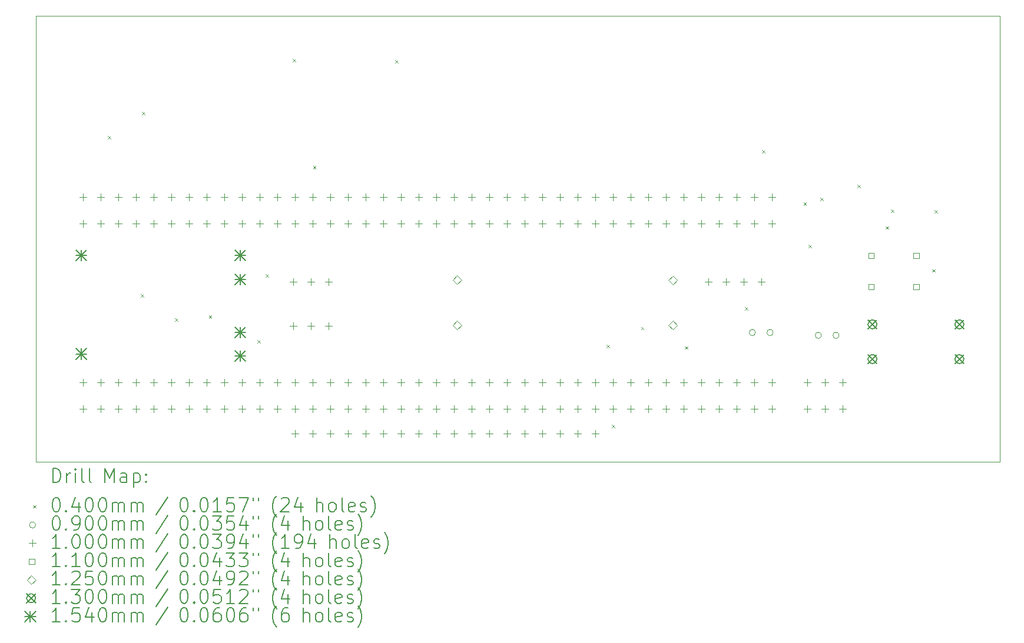
<source format=gbr>
%TF.GenerationSoftware,KiCad,Pcbnew,(7.99.0-200-gad838e3d73)*%
%TF.CreationDate,2024-03-11T18:46:43+07:00*%
%TF.ProjectId,WMS,574d532e-6b69-4636-9164-5f7063625858,rev?*%
%TF.SameCoordinates,Original*%
%TF.FileFunction,Drillmap*%
%TF.FilePolarity,Positive*%
%FSLAX45Y45*%
G04 Gerber Fmt 4.5, Leading zero omitted, Abs format (unit mm)*
G04 Created by KiCad (PCBNEW (7.99.0-200-gad838e3d73)) date 2024-03-11 18:46:43*
%MOMM*%
%LPD*%
G01*
G04 APERTURE LIST*
%ADD10C,0.100000*%
%ADD11C,0.200000*%
%ADD12C,0.040000*%
%ADD13C,0.090000*%
%ADD14C,0.110000*%
%ADD15C,0.125000*%
%ADD16C,0.130000*%
%ADD17C,0.154000*%
G04 APERTURE END LIST*
D10*
X6845300Y-5189220D02*
X20701000Y-5189220D01*
X20701000Y-5189220D02*
X20701000Y-11607800D01*
X20701000Y-11607800D02*
X6845300Y-11607800D01*
X6845300Y-11607800D02*
X6845300Y-5189220D01*
D11*
D12*
X7876860Y-6916740D02*
X7916860Y-6956740D01*
X7916860Y-6916740D02*
X7876860Y-6956740D01*
X8351840Y-9195120D02*
X8391840Y-9235120D01*
X8391840Y-9195120D02*
X8351840Y-9235120D01*
X8372160Y-6573840D02*
X8412160Y-6613840D01*
X8412160Y-6573840D02*
X8372160Y-6613840D01*
X8844600Y-9545640D02*
X8884600Y-9585640D01*
X8884600Y-9545640D02*
X8844600Y-9585640D01*
X9329740Y-9505000D02*
X9369740Y-9545000D01*
X9369740Y-9505000D02*
X9329740Y-9545000D01*
X10028240Y-9858060D02*
X10068240Y-9898060D01*
X10068240Y-9858060D02*
X10028240Y-9898060D01*
X10150160Y-8908100D02*
X10190160Y-8948100D01*
X10190160Y-8908100D02*
X10150160Y-8948100D01*
X10538780Y-5811840D02*
X10578780Y-5851840D01*
X10578780Y-5811840D02*
X10538780Y-5851840D01*
X10828340Y-7351080D02*
X10868340Y-7391080D01*
X10868340Y-7351080D02*
X10828340Y-7391080D01*
X12011980Y-5829620D02*
X12051980Y-5869620D01*
X12051980Y-5829620D02*
X12011980Y-5869620D01*
X15052360Y-9926640D02*
X15092360Y-9966640D01*
X15092360Y-9926640D02*
X15052360Y-9966640D01*
X15123480Y-11079800D02*
X15163480Y-11119800D01*
X15163480Y-11079800D02*
X15123480Y-11119800D01*
X15545120Y-9667560D02*
X15585120Y-9707560D01*
X15585120Y-9667560D02*
X15545120Y-9707560D01*
X16175040Y-9946960D02*
X16215040Y-9986960D01*
X16215040Y-9946960D02*
X16175040Y-9986960D01*
X17038640Y-9383080D02*
X17078640Y-9423080D01*
X17078640Y-9383080D02*
X17038640Y-9423080D01*
X17287560Y-7122480D02*
X17327560Y-7162480D01*
X17327560Y-7122480D02*
X17287560Y-7162480D01*
X17881920Y-7876860D02*
X17921920Y-7916860D01*
X17921920Y-7876860D02*
X17881920Y-7916860D01*
X17953040Y-8483920D02*
X17993040Y-8523920D01*
X17993040Y-8483920D02*
X17953040Y-8523920D01*
X18120680Y-7808280D02*
X18160680Y-7848280D01*
X18160680Y-7808280D02*
X18120680Y-7848280D01*
X18654080Y-7620320D02*
X18694080Y-7660320D01*
X18694080Y-7620320D02*
X18654080Y-7660320D01*
X19060480Y-8219760D02*
X19100480Y-8259760D01*
X19100480Y-8219760D02*
X19060480Y-8259760D01*
X19136680Y-7978460D02*
X19176680Y-8018460D01*
X19176680Y-7978460D02*
X19136680Y-8018460D01*
X19733580Y-8836980D02*
X19773580Y-8876980D01*
X19773580Y-8836980D02*
X19733580Y-8876980D01*
X19766600Y-7988620D02*
X19806600Y-8028620D01*
X19806600Y-7988620D02*
X19766600Y-8028620D01*
D13*
X17190000Y-9748520D02*
G75*
G03*
X17190000Y-9748520I-45000J0D01*
G01*
X17444000Y-9748520D02*
G75*
G03*
X17444000Y-9748520I-45000J0D01*
G01*
X18139460Y-9789160D02*
G75*
G03*
X18139460Y-9789160I-45000J0D01*
G01*
X18393460Y-9789160D02*
G75*
G03*
X18393460Y-9789160I-45000J0D01*
G01*
D10*
X7518400Y-7747800D02*
X7518400Y-7847800D01*
X7468400Y-7797800D02*
X7568400Y-7797800D01*
X7518400Y-8128800D02*
X7518400Y-8228800D01*
X7468400Y-8178800D02*
X7568400Y-8178800D01*
X7518400Y-10414800D02*
X7518400Y-10514800D01*
X7468400Y-10464800D02*
X7568400Y-10464800D01*
X7518400Y-10795800D02*
X7518400Y-10895800D01*
X7468400Y-10845800D02*
X7568400Y-10845800D01*
X7772400Y-7747800D02*
X7772400Y-7847800D01*
X7722400Y-7797800D02*
X7822400Y-7797800D01*
X7772400Y-8128800D02*
X7772400Y-8228800D01*
X7722400Y-8178800D02*
X7822400Y-8178800D01*
X7772400Y-10414800D02*
X7772400Y-10514800D01*
X7722400Y-10464800D02*
X7822400Y-10464800D01*
X7772400Y-10795800D02*
X7772400Y-10895800D01*
X7722400Y-10845800D02*
X7822400Y-10845800D01*
X8026400Y-7747800D02*
X8026400Y-7847800D01*
X7976400Y-7797800D02*
X8076400Y-7797800D01*
X8026400Y-8128800D02*
X8026400Y-8228800D01*
X7976400Y-8178800D02*
X8076400Y-8178800D01*
X8026400Y-10414800D02*
X8026400Y-10514800D01*
X7976400Y-10464800D02*
X8076400Y-10464800D01*
X8026400Y-10795800D02*
X8026400Y-10895800D01*
X7976400Y-10845800D02*
X8076400Y-10845800D01*
X8280400Y-7747800D02*
X8280400Y-7847800D01*
X8230400Y-7797800D02*
X8330400Y-7797800D01*
X8280400Y-8128800D02*
X8280400Y-8228800D01*
X8230400Y-8178800D02*
X8330400Y-8178800D01*
X8280400Y-10414800D02*
X8280400Y-10514800D01*
X8230400Y-10464800D02*
X8330400Y-10464800D01*
X8280400Y-10795800D02*
X8280400Y-10895800D01*
X8230400Y-10845800D02*
X8330400Y-10845800D01*
X8534400Y-7747800D02*
X8534400Y-7847800D01*
X8484400Y-7797800D02*
X8584400Y-7797800D01*
X8534400Y-8128800D02*
X8534400Y-8228800D01*
X8484400Y-8178800D02*
X8584400Y-8178800D01*
X8534400Y-10414800D02*
X8534400Y-10514800D01*
X8484400Y-10464800D02*
X8584400Y-10464800D01*
X8534400Y-10795800D02*
X8534400Y-10895800D01*
X8484400Y-10845800D02*
X8584400Y-10845800D01*
X8788400Y-7747800D02*
X8788400Y-7847800D01*
X8738400Y-7797800D02*
X8838400Y-7797800D01*
X8788400Y-8128800D02*
X8788400Y-8228800D01*
X8738400Y-8178800D02*
X8838400Y-8178800D01*
X8788400Y-10414800D02*
X8788400Y-10514800D01*
X8738400Y-10464800D02*
X8838400Y-10464800D01*
X8788400Y-10795800D02*
X8788400Y-10895800D01*
X8738400Y-10845800D02*
X8838400Y-10845800D01*
X9042400Y-7747800D02*
X9042400Y-7847800D01*
X8992400Y-7797800D02*
X9092400Y-7797800D01*
X9042400Y-8128800D02*
X9042400Y-8228800D01*
X8992400Y-8178800D02*
X9092400Y-8178800D01*
X9042400Y-10414800D02*
X9042400Y-10514800D01*
X8992400Y-10464800D02*
X9092400Y-10464800D01*
X9042400Y-10795800D02*
X9042400Y-10895800D01*
X8992400Y-10845800D02*
X9092400Y-10845800D01*
X9296400Y-7747800D02*
X9296400Y-7847800D01*
X9246400Y-7797800D02*
X9346400Y-7797800D01*
X9296400Y-8128800D02*
X9296400Y-8228800D01*
X9246400Y-8178800D02*
X9346400Y-8178800D01*
X9296400Y-10414800D02*
X9296400Y-10514800D01*
X9246400Y-10464800D02*
X9346400Y-10464800D01*
X9296400Y-10795800D02*
X9296400Y-10895800D01*
X9246400Y-10845800D02*
X9346400Y-10845800D01*
X9550400Y-7747800D02*
X9550400Y-7847800D01*
X9500400Y-7797800D02*
X9600400Y-7797800D01*
X9550400Y-8128800D02*
X9550400Y-8228800D01*
X9500400Y-8178800D02*
X9600400Y-8178800D01*
X9550400Y-10414800D02*
X9550400Y-10514800D01*
X9500400Y-10464800D02*
X9600400Y-10464800D01*
X9550400Y-10795800D02*
X9550400Y-10895800D01*
X9500400Y-10845800D02*
X9600400Y-10845800D01*
X9804400Y-7747800D02*
X9804400Y-7847800D01*
X9754400Y-7797800D02*
X9854400Y-7797800D01*
X9804400Y-8128800D02*
X9804400Y-8228800D01*
X9754400Y-8178800D02*
X9854400Y-8178800D01*
X9804400Y-10414800D02*
X9804400Y-10514800D01*
X9754400Y-10464800D02*
X9854400Y-10464800D01*
X9804400Y-10795800D02*
X9804400Y-10895800D01*
X9754400Y-10845800D02*
X9854400Y-10845800D01*
X10058400Y-7747800D02*
X10058400Y-7847800D01*
X10008400Y-7797800D02*
X10108400Y-7797800D01*
X10058400Y-8128800D02*
X10058400Y-8228800D01*
X10008400Y-8178800D02*
X10108400Y-8178800D01*
X10058400Y-10414800D02*
X10058400Y-10514800D01*
X10008400Y-10464800D02*
X10108400Y-10464800D01*
X10058400Y-10795800D02*
X10058400Y-10895800D01*
X10008400Y-10845800D02*
X10108400Y-10845800D01*
X10312400Y-7747800D02*
X10312400Y-7847800D01*
X10262400Y-7797800D02*
X10362400Y-7797800D01*
X10312400Y-8128800D02*
X10312400Y-8228800D01*
X10262400Y-8178800D02*
X10362400Y-8178800D01*
X10312400Y-10414800D02*
X10312400Y-10514800D01*
X10262400Y-10464800D02*
X10362400Y-10464800D01*
X10312400Y-10795800D02*
X10312400Y-10895800D01*
X10262400Y-10845800D02*
X10362400Y-10845800D01*
X10541000Y-8967000D02*
X10541000Y-9067000D01*
X10491000Y-9017000D02*
X10591000Y-9017000D01*
X10541000Y-9602000D02*
X10541000Y-9702000D01*
X10491000Y-9652000D02*
X10591000Y-9652000D01*
X10566400Y-7747800D02*
X10566400Y-7847800D01*
X10516400Y-7797800D02*
X10616400Y-7797800D01*
X10566400Y-8128800D02*
X10566400Y-8228800D01*
X10516400Y-8178800D02*
X10616400Y-8178800D01*
X10566400Y-10414800D02*
X10566400Y-10514800D01*
X10516400Y-10464800D02*
X10616400Y-10464800D01*
X10566400Y-10795800D02*
X10566400Y-10895800D01*
X10516400Y-10845800D02*
X10616400Y-10845800D01*
X10566400Y-11151400D02*
X10566400Y-11251400D01*
X10516400Y-11201400D02*
X10616400Y-11201400D01*
X10795000Y-8967000D02*
X10795000Y-9067000D01*
X10745000Y-9017000D02*
X10845000Y-9017000D01*
X10795000Y-9602000D02*
X10795000Y-9702000D01*
X10745000Y-9652000D02*
X10845000Y-9652000D01*
X10820400Y-7747800D02*
X10820400Y-7847800D01*
X10770400Y-7797800D02*
X10870400Y-7797800D01*
X10820400Y-8128800D02*
X10820400Y-8228800D01*
X10770400Y-8178800D02*
X10870400Y-8178800D01*
X10820400Y-10414800D02*
X10820400Y-10514800D01*
X10770400Y-10464800D02*
X10870400Y-10464800D01*
X10820400Y-10795800D02*
X10820400Y-10895800D01*
X10770400Y-10845800D02*
X10870400Y-10845800D01*
X10820400Y-11151400D02*
X10820400Y-11251400D01*
X10770400Y-11201400D02*
X10870400Y-11201400D01*
X11049000Y-8967000D02*
X11049000Y-9067000D01*
X10999000Y-9017000D02*
X11099000Y-9017000D01*
X11049000Y-9602000D02*
X11049000Y-9702000D01*
X10999000Y-9652000D02*
X11099000Y-9652000D01*
X11074400Y-7747800D02*
X11074400Y-7847800D01*
X11024400Y-7797800D02*
X11124400Y-7797800D01*
X11074400Y-8128800D02*
X11074400Y-8228800D01*
X11024400Y-8178800D02*
X11124400Y-8178800D01*
X11074400Y-10414800D02*
X11074400Y-10514800D01*
X11024400Y-10464800D02*
X11124400Y-10464800D01*
X11074400Y-10795800D02*
X11074400Y-10895800D01*
X11024400Y-10845800D02*
X11124400Y-10845800D01*
X11074400Y-11151400D02*
X11074400Y-11251400D01*
X11024400Y-11201400D02*
X11124400Y-11201400D01*
X11328400Y-7747800D02*
X11328400Y-7847800D01*
X11278400Y-7797800D02*
X11378400Y-7797800D01*
X11328400Y-8128800D02*
X11328400Y-8228800D01*
X11278400Y-8178800D02*
X11378400Y-8178800D01*
X11328400Y-10414800D02*
X11328400Y-10514800D01*
X11278400Y-10464800D02*
X11378400Y-10464800D01*
X11328400Y-10795800D02*
X11328400Y-10895800D01*
X11278400Y-10845800D02*
X11378400Y-10845800D01*
X11328400Y-11151400D02*
X11328400Y-11251400D01*
X11278400Y-11201400D02*
X11378400Y-11201400D01*
X11582400Y-7747800D02*
X11582400Y-7847800D01*
X11532400Y-7797800D02*
X11632400Y-7797800D01*
X11582400Y-8128800D02*
X11582400Y-8228800D01*
X11532400Y-8178800D02*
X11632400Y-8178800D01*
X11582400Y-10414800D02*
X11582400Y-10514800D01*
X11532400Y-10464800D02*
X11632400Y-10464800D01*
X11582400Y-10795800D02*
X11582400Y-10895800D01*
X11532400Y-10845800D02*
X11632400Y-10845800D01*
X11582400Y-11151400D02*
X11582400Y-11251400D01*
X11532400Y-11201400D02*
X11632400Y-11201400D01*
X11836400Y-7747800D02*
X11836400Y-7847800D01*
X11786400Y-7797800D02*
X11886400Y-7797800D01*
X11836400Y-8128800D02*
X11836400Y-8228800D01*
X11786400Y-8178800D02*
X11886400Y-8178800D01*
X11836400Y-10414800D02*
X11836400Y-10514800D01*
X11786400Y-10464800D02*
X11886400Y-10464800D01*
X11836400Y-10795800D02*
X11836400Y-10895800D01*
X11786400Y-10845800D02*
X11886400Y-10845800D01*
X11836400Y-11151400D02*
X11836400Y-11251400D01*
X11786400Y-11201400D02*
X11886400Y-11201400D01*
X12090400Y-7747800D02*
X12090400Y-7847800D01*
X12040400Y-7797800D02*
X12140400Y-7797800D01*
X12090400Y-8128800D02*
X12090400Y-8228800D01*
X12040400Y-8178800D02*
X12140400Y-8178800D01*
X12090400Y-10414800D02*
X12090400Y-10514800D01*
X12040400Y-10464800D02*
X12140400Y-10464800D01*
X12090400Y-10795800D02*
X12090400Y-10895800D01*
X12040400Y-10845800D02*
X12140400Y-10845800D01*
X12090400Y-11151400D02*
X12090400Y-11251400D01*
X12040400Y-11201400D02*
X12140400Y-11201400D01*
X12344400Y-7747800D02*
X12344400Y-7847800D01*
X12294400Y-7797800D02*
X12394400Y-7797800D01*
X12344400Y-8128800D02*
X12344400Y-8228800D01*
X12294400Y-8178800D02*
X12394400Y-8178800D01*
X12344400Y-10414800D02*
X12344400Y-10514800D01*
X12294400Y-10464800D02*
X12394400Y-10464800D01*
X12344400Y-10795800D02*
X12344400Y-10895800D01*
X12294400Y-10845800D02*
X12394400Y-10845800D01*
X12344400Y-11151400D02*
X12344400Y-11251400D01*
X12294400Y-11201400D02*
X12394400Y-11201400D01*
X12598400Y-7747800D02*
X12598400Y-7847800D01*
X12548400Y-7797800D02*
X12648400Y-7797800D01*
X12598400Y-8128800D02*
X12598400Y-8228800D01*
X12548400Y-8178800D02*
X12648400Y-8178800D01*
X12598400Y-10414800D02*
X12598400Y-10514800D01*
X12548400Y-10464800D02*
X12648400Y-10464800D01*
X12598400Y-10795800D02*
X12598400Y-10895800D01*
X12548400Y-10845800D02*
X12648400Y-10845800D01*
X12598400Y-11151400D02*
X12598400Y-11251400D01*
X12548400Y-11201400D02*
X12648400Y-11201400D01*
X12852400Y-7747800D02*
X12852400Y-7847800D01*
X12802400Y-7797800D02*
X12902400Y-7797800D01*
X12852400Y-8128800D02*
X12852400Y-8228800D01*
X12802400Y-8178800D02*
X12902400Y-8178800D01*
X12852400Y-10414800D02*
X12852400Y-10514800D01*
X12802400Y-10464800D02*
X12902400Y-10464800D01*
X12852400Y-10795800D02*
X12852400Y-10895800D01*
X12802400Y-10845800D02*
X12902400Y-10845800D01*
X12852400Y-11151400D02*
X12852400Y-11251400D01*
X12802400Y-11201400D02*
X12902400Y-11201400D01*
X13106400Y-7747800D02*
X13106400Y-7847800D01*
X13056400Y-7797800D02*
X13156400Y-7797800D01*
X13106400Y-8128800D02*
X13106400Y-8228800D01*
X13056400Y-8178800D02*
X13156400Y-8178800D01*
X13106400Y-10414800D02*
X13106400Y-10514800D01*
X13056400Y-10464800D02*
X13156400Y-10464800D01*
X13106400Y-10795800D02*
X13106400Y-10895800D01*
X13056400Y-10845800D02*
X13156400Y-10845800D01*
X13106400Y-11151400D02*
X13106400Y-11251400D01*
X13056400Y-11201400D02*
X13156400Y-11201400D01*
X13360400Y-7747800D02*
X13360400Y-7847800D01*
X13310400Y-7797800D02*
X13410400Y-7797800D01*
X13360400Y-8128800D02*
X13360400Y-8228800D01*
X13310400Y-8178800D02*
X13410400Y-8178800D01*
X13360400Y-10414800D02*
X13360400Y-10514800D01*
X13310400Y-10464800D02*
X13410400Y-10464800D01*
X13360400Y-10795800D02*
X13360400Y-10895800D01*
X13310400Y-10845800D02*
X13410400Y-10845800D01*
X13360400Y-11151400D02*
X13360400Y-11251400D01*
X13310400Y-11201400D02*
X13410400Y-11201400D01*
X13614400Y-7747800D02*
X13614400Y-7847800D01*
X13564400Y-7797800D02*
X13664400Y-7797800D01*
X13614400Y-8128800D02*
X13614400Y-8228800D01*
X13564400Y-8178800D02*
X13664400Y-8178800D01*
X13614400Y-10414800D02*
X13614400Y-10514800D01*
X13564400Y-10464800D02*
X13664400Y-10464800D01*
X13614400Y-10795800D02*
X13614400Y-10895800D01*
X13564400Y-10845800D02*
X13664400Y-10845800D01*
X13614400Y-11151400D02*
X13614400Y-11251400D01*
X13564400Y-11201400D02*
X13664400Y-11201400D01*
X13868400Y-7747800D02*
X13868400Y-7847800D01*
X13818400Y-7797800D02*
X13918400Y-7797800D01*
X13868400Y-8128800D02*
X13868400Y-8228800D01*
X13818400Y-8178800D02*
X13918400Y-8178800D01*
X13868400Y-10414800D02*
X13868400Y-10514800D01*
X13818400Y-10464800D02*
X13918400Y-10464800D01*
X13868400Y-10795800D02*
X13868400Y-10895800D01*
X13818400Y-10845800D02*
X13918400Y-10845800D01*
X13868400Y-11151400D02*
X13868400Y-11251400D01*
X13818400Y-11201400D02*
X13918400Y-11201400D01*
X14122400Y-7747800D02*
X14122400Y-7847800D01*
X14072400Y-7797800D02*
X14172400Y-7797800D01*
X14122400Y-8128800D02*
X14122400Y-8228800D01*
X14072400Y-8178800D02*
X14172400Y-8178800D01*
X14122400Y-10414800D02*
X14122400Y-10514800D01*
X14072400Y-10464800D02*
X14172400Y-10464800D01*
X14122400Y-10795800D02*
X14122400Y-10895800D01*
X14072400Y-10845800D02*
X14172400Y-10845800D01*
X14122400Y-11151400D02*
X14122400Y-11251400D01*
X14072400Y-11201400D02*
X14172400Y-11201400D01*
X14376400Y-7747800D02*
X14376400Y-7847800D01*
X14326400Y-7797800D02*
X14426400Y-7797800D01*
X14376400Y-8128800D02*
X14376400Y-8228800D01*
X14326400Y-8178800D02*
X14426400Y-8178800D01*
X14376400Y-10414800D02*
X14376400Y-10514800D01*
X14326400Y-10464800D02*
X14426400Y-10464800D01*
X14376400Y-10795800D02*
X14376400Y-10895800D01*
X14326400Y-10845800D02*
X14426400Y-10845800D01*
X14376400Y-11151400D02*
X14376400Y-11251400D01*
X14326400Y-11201400D02*
X14426400Y-11201400D01*
X14630400Y-7747800D02*
X14630400Y-7847800D01*
X14580400Y-7797800D02*
X14680400Y-7797800D01*
X14630400Y-8128800D02*
X14630400Y-8228800D01*
X14580400Y-8178800D02*
X14680400Y-8178800D01*
X14630400Y-10414800D02*
X14630400Y-10514800D01*
X14580400Y-10464800D02*
X14680400Y-10464800D01*
X14630400Y-10795800D02*
X14630400Y-10895800D01*
X14580400Y-10845800D02*
X14680400Y-10845800D01*
X14630400Y-11151400D02*
X14630400Y-11251400D01*
X14580400Y-11201400D02*
X14680400Y-11201400D01*
X14884400Y-7747800D02*
X14884400Y-7847800D01*
X14834400Y-7797800D02*
X14934400Y-7797800D01*
X14884400Y-8128800D02*
X14884400Y-8228800D01*
X14834400Y-8178800D02*
X14934400Y-8178800D01*
X14884400Y-10414800D02*
X14884400Y-10514800D01*
X14834400Y-10464800D02*
X14934400Y-10464800D01*
X14884400Y-10795800D02*
X14884400Y-10895800D01*
X14834400Y-10845800D02*
X14934400Y-10845800D01*
X14884400Y-11151400D02*
X14884400Y-11251400D01*
X14834400Y-11201400D02*
X14934400Y-11201400D01*
X15138400Y-7747800D02*
X15138400Y-7847800D01*
X15088400Y-7797800D02*
X15188400Y-7797800D01*
X15138400Y-8128800D02*
X15138400Y-8228800D01*
X15088400Y-8178800D02*
X15188400Y-8178800D01*
X15138400Y-10414800D02*
X15138400Y-10514800D01*
X15088400Y-10464800D02*
X15188400Y-10464800D01*
X15138400Y-10795800D02*
X15138400Y-10895800D01*
X15088400Y-10845800D02*
X15188400Y-10845800D01*
X15392400Y-7747800D02*
X15392400Y-7847800D01*
X15342400Y-7797800D02*
X15442400Y-7797800D01*
X15392400Y-8128800D02*
X15392400Y-8228800D01*
X15342400Y-8178800D02*
X15442400Y-8178800D01*
X15392400Y-10414800D02*
X15392400Y-10514800D01*
X15342400Y-10464800D02*
X15442400Y-10464800D01*
X15392400Y-10795800D02*
X15392400Y-10895800D01*
X15342400Y-10845800D02*
X15442400Y-10845800D01*
X15646400Y-7747800D02*
X15646400Y-7847800D01*
X15596400Y-7797800D02*
X15696400Y-7797800D01*
X15646400Y-8128800D02*
X15646400Y-8228800D01*
X15596400Y-8178800D02*
X15696400Y-8178800D01*
X15646400Y-10414800D02*
X15646400Y-10514800D01*
X15596400Y-10464800D02*
X15696400Y-10464800D01*
X15646400Y-10795800D02*
X15646400Y-10895800D01*
X15596400Y-10845800D02*
X15696400Y-10845800D01*
X15900400Y-7747800D02*
X15900400Y-7847800D01*
X15850400Y-7797800D02*
X15950400Y-7797800D01*
X15900400Y-8128800D02*
X15900400Y-8228800D01*
X15850400Y-8178800D02*
X15950400Y-8178800D01*
X15900400Y-10414800D02*
X15900400Y-10514800D01*
X15850400Y-10464800D02*
X15950400Y-10464800D01*
X15900400Y-10795800D02*
X15900400Y-10895800D01*
X15850400Y-10845800D02*
X15950400Y-10845800D01*
X16154400Y-7747800D02*
X16154400Y-7847800D01*
X16104400Y-7797800D02*
X16204400Y-7797800D01*
X16154400Y-8128800D02*
X16154400Y-8228800D01*
X16104400Y-8178800D02*
X16204400Y-8178800D01*
X16154400Y-10414800D02*
X16154400Y-10514800D01*
X16104400Y-10464800D02*
X16204400Y-10464800D01*
X16154400Y-10795800D02*
X16154400Y-10895800D01*
X16104400Y-10845800D02*
X16204400Y-10845800D01*
X16408400Y-7747800D02*
X16408400Y-7847800D01*
X16358400Y-7797800D02*
X16458400Y-7797800D01*
X16408400Y-8128800D02*
X16408400Y-8228800D01*
X16358400Y-8178800D02*
X16458400Y-8178800D01*
X16408400Y-10414800D02*
X16408400Y-10514800D01*
X16358400Y-10464800D02*
X16458400Y-10464800D01*
X16408400Y-10795800D02*
X16408400Y-10895800D01*
X16358400Y-10845800D02*
X16458400Y-10845800D01*
X16510000Y-8967000D02*
X16510000Y-9067000D01*
X16460000Y-9017000D02*
X16560000Y-9017000D01*
X16662400Y-7747800D02*
X16662400Y-7847800D01*
X16612400Y-7797800D02*
X16712400Y-7797800D01*
X16662400Y-8128800D02*
X16662400Y-8228800D01*
X16612400Y-8178800D02*
X16712400Y-8178800D01*
X16662400Y-10414800D02*
X16662400Y-10514800D01*
X16612400Y-10464800D02*
X16712400Y-10464800D01*
X16662400Y-10795800D02*
X16662400Y-10895800D01*
X16612400Y-10845800D02*
X16712400Y-10845800D01*
X16764000Y-8967000D02*
X16764000Y-9067000D01*
X16714000Y-9017000D02*
X16814000Y-9017000D01*
X16916400Y-7747800D02*
X16916400Y-7847800D01*
X16866400Y-7797800D02*
X16966400Y-7797800D01*
X16916400Y-8128800D02*
X16916400Y-8228800D01*
X16866400Y-8178800D02*
X16966400Y-8178800D01*
X16916400Y-10414800D02*
X16916400Y-10514800D01*
X16866400Y-10464800D02*
X16966400Y-10464800D01*
X16916400Y-10795800D02*
X16916400Y-10895800D01*
X16866400Y-10845800D02*
X16966400Y-10845800D01*
X17018000Y-8967000D02*
X17018000Y-9067000D01*
X16968000Y-9017000D02*
X17068000Y-9017000D01*
X17170400Y-7747800D02*
X17170400Y-7847800D01*
X17120400Y-7797800D02*
X17220400Y-7797800D01*
X17170400Y-8128800D02*
X17170400Y-8228800D01*
X17120400Y-8178800D02*
X17220400Y-8178800D01*
X17170400Y-10414800D02*
X17170400Y-10514800D01*
X17120400Y-10464800D02*
X17220400Y-10464800D01*
X17170400Y-10795800D02*
X17170400Y-10895800D01*
X17120400Y-10845800D02*
X17220400Y-10845800D01*
X17272000Y-8967000D02*
X17272000Y-9067000D01*
X17222000Y-9017000D02*
X17322000Y-9017000D01*
X17424400Y-7747800D02*
X17424400Y-7847800D01*
X17374400Y-7797800D02*
X17474400Y-7797800D01*
X17424400Y-8128800D02*
X17424400Y-8228800D01*
X17374400Y-8178800D02*
X17474400Y-8178800D01*
X17424400Y-10414800D02*
X17424400Y-10514800D01*
X17374400Y-10464800D02*
X17474400Y-10464800D01*
X17424400Y-10795800D02*
X17424400Y-10895800D01*
X17374400Y-10845800D02*
X17474400Y-10845800D01*
X17932400Y-10414800D02*
X17932400Y-10514800D01*
X17882400Y-10464800D02*
X17982400Y-10464800D01*
X17932400Y-10795800D02*
X17932400Y-10895800D01*
X17882400Y-10845800D02*
X17982400Y-10845800D01*
X18186400Y-10414800D02*
X18186400Y-10514800D01*
X18136400Y-10464800D02*
X18236400Y-10464800D01*
X18186400Y-10795800D02*
X18186400Y-10895800D01*
X18136400Y-10845800D02*
X18236400Y-10845800D01*
X18440400Y-10414800D02*
X18440400Y-10514800D01*
X18390400Y-10464800D02*
X18490400Y-10464800D01*
X18440400Y-10795800D02*
X18440400Y-10895800D01*
X18390400Y-10845800D02*
X18490400Y-10845800D01*
D14*
X18890891Y-8678491D02*
X18890891Y-8600709D01*
X18813109Y-8600709D01*
X18813109Y-8678491D01*
X18890891Y-8678491D01*
X18890891Y-9128491D02*
X18890891Y-9050709D01*
X18813109Y-9050709D01*
X18813109Y-9128491D01*
X18890891Y-9128491D01*
X19540891Y-8678491D02*
X19540891Y-8600709D01*
X19463109Y-8600709D01*
X19463109Y-8678491D01*
X19540891Y-8678491D01*
X19540891Y-9128491D02*
X19540891Y-9050709D01*
X19463109Y-9050709D01*
X19463109Y-9128491D01*
X19540891Y-9128491D01*
D15*
X12902000Y-9054100D02*
X12964500Y-8991600D01*
X12902000Y-8929100D01*
X12839500Y-8991600D01*
X12902000Y-9054100D01*
X12902000Y-9704100D02*
X12964500Y-9641600D01*
X12902000Y-9579100D01*
X12839500Y-9641600D01*
X12902000Y-9704100D01*
X16002000Y-9059100D02*
X16064500Y-8996600D01*
X16002000Y-8934100D01*
X15939500Y-8996600D01*
X16002000Y-9059100D01*
X16002000Y-9704100D02*
X16064500Y-9641600D01*
X16002000Y-9579100D01*
X15939500Y-9641600D01*
X16002000Y-9704100D01*
D16*
X18807200Y-9565600D02*
X18937200Y-9695600D01*
X18937200Y-9565600D02*
X18807200Y-9695600D01*
X18937200Y-9630600D02*
G75*
G03*
X18937200Y-9630600I-65000J0D01*
G01*
X18807200Y-10065600D02*
X18937200Y-10195600D01*
X18937200Y-10065600D02*
X18807200Y-10195600D01*
X18937200Y-10130600D02*
G75*
G03*
X18937200Y-10130600I-65000J0D01*
G01*
X20057200Y-9565600D02*
X20187200Y-9695600D01*
X20187200Y-9565600D02*
X20057200Y-9695600D01*
X20187200Y-9630600D02*
G75*
G03*
X20187200Y-9630600I-65000J0D01*
G01*
X20057200Y-10065600D02*
X20187200Y-10195600D01*
X20187200Y-10065600D02*
X20057200Y-10195600D01*
X20187200Y-10130600D02*
G75*
G03*
X20187200Y-10130600I-65000J0D01*
G01*
D17*
X7416000Y-8559000D02*
X7570000Y-8713000D01*
X7570000Y-8559000D02*
X7416000Y-8713000D01*
X7493000Y-8559000D02*
X7493000Y-8713000D01*
X7416000Y-8636000D02*
X7570000Y-8636000D01*
X7416000Y-9979000D02*
X7570000Y-10133000D01*
X7570000Y-9979000D02*
X7416000Y-10133000D01*
X7493000Y-9979000D02*
X7493000Y-10133000D01*
X7416000Y-10056000D02*
X7570000Y-10056000D01*
X9706000Y-8559000D02*
X9860000Y-8713000D01*
X9860000Y-8559000D02*
X9706000Y-8713000D01*
X9783000Y-8559000D02*
X9783000Y-8713000D01*
X9706000Y-8636000D02*
X9860000Y-8636000D01*
X9706000Y-8909000D02*
X9860000Y-9063000D01*
X9860000Y-8909000D02*
X9706000Y-9063000D01*
X9783000Y-8909000D02*
X9783000Y-9063000D01*
X9706000Y-8986000D02*
X9860000Y-8986000D01*
X9706000Y-9669000D02*
X9860000Y-9823000D01*
X9860000Y-9669000D02*
X9706000Y-9823000D01*
X9783000Y-9669000D02*
X9783000Y-9823000D01*
X9706000Y-9746000D02*
X9860000Y-9746000D01*
X9706000Y-10009000D02*
X9860000Y-10163000D01*
X9860000Y-10009000D02*
X9706000Y-10163000D01*
X9783000Y-10009000D02*
X9783000Y-10163000D01*
X9706000Y-10086000D02*
X9860000Y-10086000D01*
D11*
X7087919Y-11906276D02*
X7087919Y-11706276D01*
X7087919Y-11706276D02*
X7135538Y-11706276D01*
X7135538Y-11706276D02*
X7164109Y-11715800D01*
X7164109Y-11715800D02*
X7183157Y-11734848D01*
X7183157Y-11734848D02*
X7192681Y-11753895D01*
X7192681Y-11753895D02*
X7202205Y-11791990D01*
X7202205Y-11791990D02*
X7202205Y-11820562D01*
X7202205Y-11820562D02*
X7192681Y-11858657D01*
X7192681Y-11858657D02*
X7183157Y-11877705D01*
X7183157Y-11877705D02*
X7164109Y-11896752D01*
X7164109Y-11896752D02*
X7135538Y-11906276D01*
X7135538Y-11906276D02*
X7087919Y-11906276D01*
X7287919Y-11906276D02*
X7287919Y-11772943D01*
X7287919Y-11811038D02*
X7297443Y-11791990D01*
X7297443Y-11791990D02*
X7306967Y-11782467D01*
X7306967Y-11782467D02*
X7326014Y-11772943D01*
X7326014Y-11772943D02*
X7345062Y-11772943D01*
X7411728Y-11906276D02*
X7411728Y-11772943D01*
X7411728Y-11706276D02*
X7402205Y-11715800D01*
X7402205Y-11715800D02*
X7411728Y-11725324D01*
X7411728Y-11725324D02*
X7421252Y-11715800D01*
X7421252Y-11715800D02*
X7411728Y-11706276D01*
X7411728Y-11706276D02*
X7411728Y-11725324D01*
X7535538Y-11906276D02*
X7516490Y-11896752D01*
X7516490Y-11896752D02*
X7506967Y-11877705D01*
X7506967Y-11877705D02*
X7506967Y-11706276D01*
X7640300Y-11906276D02*
X7621252Y-11896752D01*
X7621252Y-11896752D02*
X7611728Y-11877705D01*
X7611728Y-11877705D02*
X7611728Y-11706276D01*
X7836490Y-11906276D02*
X7836490Y-11706276D01*
X7836490Y-11706276D02*
X7903157Y-11849133D01*
X7903157Y-11849133D02*
X7969824Y-11706276D01*
X7969824Y-11706276D02*
X7969824Y-11906276D01*
X8150776Y-11906276D02*
X8150776Y-11801514D01*
X8150776Y-11801514D02*
X8141252Y-11782467D01*
X8141252Y-11782467D02*
X8122205Y-11772943D01*
X8122205Y-11772943D02*
X8084109Y-11772943D01*
X8084109Y-11772943D02*
X8065062Y-11782467D01*
X8150776Y-11896752D02*
X8131728Y-11906276D01*
X8131728Y-11906276D02*
X8084109Y-11906276D01*
X8084109Y-11906276D02*
X8065062Y-11896752D01*
X8065062Y-11896752D02*
X8055538Y-11877705D01*
X8055538Y-11877705D02*
X8055538Y-11858657D01*
X8055538Y-11858657D02*
X8065062Y-11839609D01*
X8065062Y-11839609D02*
X8084109Y-11830086D01*
X8084109Y-11830086D02*
X8131728Y-11830086D01*
X8131728Y-11830086D02*
X8150776Y-11820562D01*
X8246014Y-11772943D02*
X8246014Y-11972943D01*
X8246014Y-11782467D02*
X8265062Y-11772943D01*
X8265062Y-11772943D02*
X8303157Y-11772943D01*
X8303157Y-11772943D02*
X8322205Y-11782467D01*
X8322205Y-11782467D02*
X8331728Y-11791990D01*
X8331728Y-11791990D02*
X8341252Y-11811038D01*
X8341252Y-11811038D02*
X8341252Y-11868181D01*
X8341252Y-11868181D02*
X8331728Y-11887228D01*
X8331728Y-11887228D02*
X8322205Y-11896752D01*
X8322205Y-11896752D02*
X8303157Y-11906276D01*
X8303157Y-11906276D02*
X8265062Y-11906276D01*
X8265062Y-11906276D02*
X8246014Y-11896752D01*
X8426967Y-11887228D02*
X8436490Y-11896752D01*
X8436490Y-11896752D02*
X8426967Y-11906276D01*
X8426967Y-11906276D02*
X8417443Y-11896752D01*
X8417443Y-11896752D02*
X8426967Y-11887228D01*
X8426967Y-11887228D02*
X8426967Y-11906276D01*
X8426967Y-11782467D02*
X8436490Y-11791990D01*
X8436490Y-11791990D02*
X8426967Y-11801514D01*
X8426967Y-11801514D02*
X8417443Y-11791990D01*
X8417443Y-11791990D02*
X8426967Y-11782467D01*
X8426967Y-11782467D02*
X8426967Y-11801514D01*
D12*
X6800300Y-12232800D02*
X6840300Y-12272800D01*
X6840300Y-12232800D02*
X6800300Y-12272800D01*
D11*
X7126014Y-12126276D02*
X7145062Y-12126276D01*
X7145062Y-12126276D02*
X7164109Y-12135800D01*
X7164109Y-12135800D02*
X7173633Y-12145324D01*
X7173633Y-12145324D02*
X7183157Y-12164371D01*
X7183157Y-12164371D02*
X7192681Y-12202467D01*
X7192681Y-12202467D02*
X7192681Y-12250086D01*
X7192681Y-12250086D02*
X7183157Y-12288181D01*
X7183157Y-12288181D02*
X7173633Y-12307228D01*
X7173633Y-12307228D02*
X7164109Y-12316752D01*
X7164109Y-12316752D02*
X7145062Y-12326276D01*
X7145062Y-12326276D02*
X7126014Y-12326276D01*
X7126014Y-12326276D02*
X7106967Y-12316752D01*
X7106967Y-12316752D02*
X7097443Y-12307228D01*
X7097443Y-12307228D02*
X7087919Y-12288181D01*
X7087919Y-12288181D02*
X7078395Y-12250086D01*
X7078395Y-12250086D02*
X7078395Y-12202467D01*
X7078395Y-12202467D02*
X7087919Y-12164371D01*
X7087919Y-12164371D02*
X7097443Y-12145324D01*
X7097443Y-12145324D02*
X7106967Y-12135800D01*
X7106967Y-12135800D02*
X7126014Y-12126276D01*
X7278395Y-12307228D02*
X7287919Y-12316752D01*
X7287919Y-12316752D02*
X7278395Y-12326276D01*
X7278395Y-12326276D02*
X7268871Y-12316752D01*
X7268871Y-12316752D02*
X7278395Y-12307228D01*
X7278395Y-12307228D02*
X7278395Y-12326276D01*
X7459348Y-12192943D02*
X7459348Y-12326276D01*
X7411728Y-12116752D02*
X7364109Y-12259609D01*
X7364109Y-12259609D02*
X7487919Y-12259609D01*
X7602205Y-12126276D02*
X7621252Y-12126276D01*
X7621252Y-12126276D02*
X7640300Y-12135800D01*
X7640300Y-12135800D02*
X7649824Y-12145324D01*
X7649824Y-12145324D02*
X7659348Y-12164371D01*
X7659348Y-12164371D02*
X7668871Y-12202467D01*
X7668871Y-12202467D02*
X7668871Y-12250086D01*
X7668871Y-12250086D02*
X7659348Y-12288181D01*
X7659348Y-12288181D02*
X7649824Y-12307228D01*
X7649824Y-12307228D02*
X7640300Y-12316752D01*
X7640300Y-12316752D02*
X7621252Y-12326276D01*
X7621252Y-12326276D02*
X7602205Y-12326276D01*
X7602205Y-12326276D02*
X7583157Y-12316752D01*
X7583157Y-12316752D02*
X7573633Y-12307228D01*
X7573633Y-12307228D02*
X7564109Y-12288181D01*
X7564109Y-12288181D02*
X7554586Y-12250086D01*
X7554586Y-12250086D02*
X7554586Y-12202467D01*
X7554586Y-12202467D02*
X7564109Y-12164371D01*
X7564109Y-12164371D02*
X7573633Y-12145324D01*
X7573633Y-12145324D02*
X7583157Y-12135800D01*
X7583157Y-12135800D02*
X7602205Y-12126276D01*
X7792681Y-12126276D02*
X7811729Y-12126276D01*
X7811729Y-12126276D02*
X7830776Y-12135800D01*
X7830776Y-12135800D02*
X7840300Y-12145324D01*
X7840300Y-12145324D02*
X7849824Y-12164371D01*
X7849824Y-12164371D02*
X7859348Y-12202467D01*
X7859348Y-12202467D02*
X7859348Y-12250086D01*
X7859348Y-12250086D02*
X7849824Y-12288181D01*
X7849824Y-12288181D02*
X7840300Y-12307228D01*
X7840300Y-12307228D02*
X7830776Y-12316752D01*
X7830776Y-12316752D02*
X7811729Y-12326276D01*
X7811729Y-12326276D02*
X7792681Y-12326276D01*
X7792681Y-12326276D02*
X7773633Y-12316752D01*
X7773633Y-12316752D02*
X7764109Y-12307228D01*
X7764109Y-12307228D02*
X7754586Y-12288181D01*
X7754586Y-12288181D02*
X7745062Y-12250086D01*
X7745062Y-12250086D02*
X7745062Y-12202467D01*
X7745062Y-12202467D02*
X7754586Y-12164371D01*
X7754586Y-12164371D02*
X7764109Y-12145324D01*
X7764109Y-12145324D02*
X7773633Y-12135800D01*
X7773633Y-12135800D02*
X7792681Y-12126276D01*
X7945062Y-12326276D02*
X7945062Y-12192943D01*
X7945062Y-12211990D02*
X7954586Y-12202467D01*
X7954586Y-12202467D02*
X7973633Y-12192943D01*
X7973633Y-12192943D02*
X8002205Y-12192943D01*
X8002205Y-12192943D02*
X8021252Y-12202467D01*
X8021252Y-12202467D02*
X8030776Y-12221514D01*
X8030776Y-12221514D02*
X8030776Y-12326276D01*
X8030776Y-12221514D02*
X8040300Y-12202467D01*
X8040300Y-12202467D02*
X8059348Y-12192943D01*
X8059348Y-12192943D02*
X8087919Y-12192943D01*
X8087919Y-12192943D02*
X8106967Y-12202467D01*
X8106967Y-12202467D02*
X8116490Y-12221514D01*
X8116490Y-12221514D02*
X8116490Y-12326276D01*
X8211729Y-12326276D02*
X8211729Y-12192943D01*
X8211729Y-12211990D02*
X8221252Y-12202467D01*
X8221252Y-12202467D02*
X8240300Y-12192943D01*
X8240300Y-12192943D02*
X8268871Y-12192943D01*
X8268871Y-12192943D02*
X8287919Y-12202467D01*
X8287919Y-12202467D02*
X8297443Y-12221514D01*
X8297443Y-12221514D02*
X8297443Y-12326276D01*
X8297443Y-12221514D02*
X8306967Y-12202467D01*
X8306967Y-12202467D02*
X8326014Y-12192943D01*
X8326014Y-12192943D02*
X8354586Y-12192943D01*
X8354586Y-12192943D02*
X8373633Y-12202467D01*
X8373633Y-12202467D02*
X8383157Y-12221514D01*
X8383157Y-12221514D02*
X8383157Y-12326276D01*
X8741252Y-12116752D02*
X8569824Y-12373895D01*
X8966014Y-12126276D02*
X8985062Y-12126276D01*
X8985062Y-12126276D02*
X9004110Y-12135800D01*
X9004110Y-12135800D02*
X9013633Y-12145324D01*
X9013633Y-12145324D02*
X9023157Y-12164371D01*
X9023157Y-12164371D02*
X9032681Y-12202467D01*
X9032681Y-12202467D02*
X9032681Y-12250086D01*
X9032681Y-12250086D02*
X9023157Y-12288181D01*
X9023157Y-12288181D02*
X9013633Y-12307228D01*
X9013633Y-12307228D02*
X9004110Y-12316752D01*
X9004110Y-12316752D02*
X8985062Y-12326276D01*
X8985062Y-12326276D02*
X8966014Y-12326276D01*
X8966014Y-12326276D02*
X8946967Y-12316752D01*
X8946967Y-12316752D02*
X8937443Y-12307228D01*
X8937443Y-12307228D02*
X8927919Y-12288181D01*
X8927919Y-12288181D02*
X8918395Y-12250086D01*
X8918395Y-12250086D02*
X8918395Y-12202467D01*
X8918395Y-12202467D02*
X8927919Y-12164371D01*
X8927919Y-12164371D02*
X8937443Y-12145324D01*
X8937443Y-12145324D02*
X8946967Y-12135800D01*
X8946967Y-12135800D02*
X8966014Y-12126276D01*
X9118395Y-12307228D02*
X9127919Y-12316752D01*
X9127919Y-12316752D02*
X9118395Y-12326276D01*
X9118395Y-12326276D02*
X9108872Y-12316752D01*
X9108872Y-12316752D02*
X9118395Y-12307228D01*
X9118395Y-12307228D02*
X9118395Y-12326276D01*
X9251729Y-12126276D02*
X9270776Y-12126276D01*
X9270776Y-12126276D02*
X9289824Y-12135800D01*
X9289824Y-12135800D02*
X9299348Y-12145324D01*
X9299348Y-12145324D02*
X9308872Y-12164371D01*
X9308872Y-12164371D02*
X9318395Y-12202467D01*
X9318395Y-12202467D02*
X9318395Y-12250086D01*
X9318395Y-12250086D02*
X9308872Y-12288181D01*
X9308872Y-12288181D02*
X9299348Y-12307228D01*
X9299348Y-12307228D02*
X9289824Y-12316752D01*
X9289824Y-12316752D02*
X9270776Y-12326276D01*
X9270776Y-12326276D02*
X9251729Y-12326276D01*
X9251729Y-12326276D02*
X9232681Y-12316752D01*
X9232681Y-12316752D02*
X9223157Y-12307228D01*
X9223157Y-12307228D02*
X9213633Y-12288181D01*
X9213633Y-12288181D02*
X9204110Y-12250086D01*
X9204110Y-12250086D02*
X9204110Y-12202467D01*
X9204110Y-12202467D02*
X9213633Y-12164371D01*
X9213633Y-12164371D02*
X9223157Y-12145324D01*
X9223157Y-12145324D02*
X9232681Y-12135800D01*
X9232681Y-12135800D02*
X9251729Y-12126276D01*
X9508872Y-12326276D02*
X9394586Y-12326276D01*
X9451729Y-12326276D02*
X9451729Y-12126276D01*
X9451729Y-12126276D02*
X9432681Y-12154848D01*
X9432681Y-12154848D02*
X9413633Y-12173895D01*
X9413633Y-12173895D02*
X9394586Y-12183419D01*
X9689824Y-12126276D02*
X9594586Y-12126276D01*
X9594586Y-12126276D02*
X9585062Y-12221514D01*
X9585062Y-12221514D02*
X9594586Y-12211990D01*
X9594586Y-12211990D02*
X9613633Y-12202467D01*
X9613633Y-12202467D02*
X9661253Y-12202467D01*
X9661253Y-12202467D02*
X9680300Y-12211990D01*
X9680300Y-12211990D02*
X9689824Y-12221514D01*
X9689824Y-12221514D02*
X9699348Y-12240562D01*
X9699348Y-12240562D02*
X9699348Y-12288181D01*
X9699348Y-12288181D02*
X9689824Y-12307228D01*
X9689824Y-12307228D02*
X9680300Y-12316752D01*
X9680300Y-12316752D02*
X9661253Y-12326276D01*
X9661253Y-12326276D02*
X9613633Y-12326276D01*
X9613633Y-12326276D02*
X9594586Y-12316752D01*
X9594586Y-12316752D02*
X9585062Y-12307228D01*
X9766014Y-12126276D02*
X9899348Y-12126276D01*
X9899348Y-12126276D02*
X9813633Y-12326276D01*
X9966014Y-12126276D02*
X9966014Y-12164371D01*
X10042205Y-12126276D02*
X10042205Y-12164371D01*
X10305062Y-12402467D02*
X10295538Y-12392943D01*
X10295538Y-12392943D02*
X10276491Y-12364371D01*
X10276491Y-12364371D02*
X10266967Y-12345324D01*
X10266967Y-12345324D02*
X10257443Y-12316752D01*
X10257443Y-12316752D02*
X10247919Y-12269133D01*
X10247919Y-12269133D02*
X10247919Y-12231038D01*
X10247919Y-12231038D02*
X10257443Y-12183419D01*
X10257443Y-12183419D02*
X10266967Y-12154848D01*
X10266967Y-12154848D02*
X10276491Y-12135800D01*
X10276491Y-12135800D02*
X10295538Y-12107228D01*
X10295538Y-12107228D02*
X10305062Y-12097705D01*
X10371729Y-12145324D02*
X10381253Y-12135800D01*
X10381253Y-12135800D02*
X10400300Y-12126276D01*
X10400300Y-12126276D02*
X10447919Y-12126276D01*
X10447919Y-12126276D02*
X10466967Y-12135800D01*
X10466967Y-12135800D02*
X10476491Y-12145324D01*
X10476491Y-12145324D02*
X10486014Y-12164371D01*
X10486014Y-12164371D02*
X10486014Y-12183419D01*
X10486014Y-12183419D02*
X10476491Y-12211990D01*
X10476491Y-12211990D02*
X10362205Y-12326276D01*
X10362205Y-12326276D02*
X10486014Y-12326276D01*
X10657443Y-12192943D02*
X10657443Y-12326276D01*
X10609824Y-12116752D02*
X10562205Y-12259609D01*
X10562205Y-12259609D02*
X10686014Y-12259609D01*
X10882205Y-12326276D02*
X10882205Y-12126276D01*
X10967919Y-12326276D02*
X10967919Y-12221514D01*
X10967919Y-12221514D02*
X10958395Y-12202467D01*
X10958395Y-12202467D02*
X10939348Y-12192943D01*
X10939348Y-12192943D02*
X10910776Y-12192943D01*
X10910776Y-12192943D02*
X10891729Y-12202467D01*
X10891729Y-12202467D02*
X10882205Y-12211990D01*
X11091729Y-12326276D02*
X11072681Y-12316752D01*
X11072681Y-12316752D02*
X11063157Y-12307228D01*
X11063157Y-12307228D02*
X11053634Y-12288181D01*
X11053634Y-12288181D02*
X11053634Y-12231038D01*
X11053634Y-12231038D02*
X11063157Y-12211990D01*
X11063157Y-12211990D02*
X11072681Y-12202467D01*
X11072681Y-12202467D02*
X11091729Y-12192943D01*
X11091729Y-12192943D02*
X11120300Y-12192943D01*
X11120300Y-12192943D02*
X11139348Y-12202467D01*
X11139348Y-12202467D02*
X11148872Y-12211990D01*
X11148872Y-12211990D02*
X11158395Y-12231038D01*
X11158395Y-12231038D02*
X11158395Y-12288181D01*
X11158395Y-12288181D02*
X11148872Y-12307228D01*
X11148872Y-12307228D02*
X11139348Y-12316752D01*
X11139348Y-12316752D02*
X11120300Y-12326276D01*
X11120300Y-12326276D02*
X11091729Y-12326276D01*
X11272681Y-12326276D02*
X11253633Y-12316752D01*
X11253633Y-12316752D02*
X11244110Y-12297705D01*
X11244110Y-12297705D02*
X11244110Y-12126276D01*
X11425062Y-12316752D02*
X11406014Y-12326276D01*
X11406014Y-12326276D02*
X11367919Y-12326276D01*
X11367919Y-12326276D02*
X11348872Y-12316752D01*
X11348872Y-12316752D02*
X11339348Y-12297705D01*
X11339348Y-12297705D02*
X11339348Y-12221514D01*
X11339348Y-12221514D02*
X11348872Y-12202467D01*
X11348872Y-12202467D02*
X11367919Y-12192943D01*
X11367919Y-12192943D02*
X11406014Y-12192943D01*
X11406014Y-12192943D02*
X11425062Y-12202467D01*
X11425062Y-12202467D02*
X11434586Y-12221514D01*
X11434586Y-12221514D02*
X11434586Y-12240562D01*
X11434586Y-12240562D02*
X11339348Y-12259609D01*
X11510776Y-12316752D02*
X11529824Y-12326276D01*
X11529824Y-12326276D02*
X11567919Y-12326276D01*
X11567919Y-12326276D02*
X11586967Y-12316752D01*
X11586967Y-12316752D02*
X11596491Y-12297705D01*
X11596491Y-12297705D02*
X11596491Y-12288181D01*
X11596491Y-12288181D02*
X11586967Y-12269133D01*
X11586967Y-12269133D02*
X11567919Y-12259609D01*
X11567919Y-12259609D02*
X11539348Y-12259609D01*
X11539348Y-12259609D02*
X11520300Y-12250086D01*
X11520300Y-12250086D02*
X11510776Y-12231038D01*
X11510776Y-12231038D02*
X11510776Y-12221514D01*
X11510776Y-12221514D02*
X11520300Y-12202467D01*
X11520300Y-12202467D02*
X11539348Y-12192943D01*
X11539348Y-12192943D02*
X11567919Y-12192943D01*
X11567919Y-12192943D02*
X11586967Y-12202467D01*
X11663157Y-12402467D02*
X11672681Y-12392943D01*
X11672681Y-12392943D02*
X11691729Y-12364371D01*
X11691729Y-12364371D02*
X11701253Y-12345324D01*
X11701253Y-12345324D02*
X11710776Y-12316752D01*
X11710776Y-12316752D02*
X11720300Y-12269133D01*
X11720300Y-12269133D02*
X11720300Y-12231038D01*
X11720300Y-12231038D02*
X11710776Y-12183419D01*
X11710776Y-12183419D02*
X11701253Y-12154848D01*
X11701253Y-12154848D02*
X11691729Y-12135800D01*
X11691729Y-12135800D02*
X11672681Y-12107228D01*
X11672681Y-12107228D02*
X11663157Y-12097705D01*
D13*
X6840300Y-12516800D02*
G75*
G03*
X6840300Y-12516800I-45000J0D01*
G01*
D11*
X7126014Y-12390276D02*
X7145062Y-12390276D01*
X7145062Y-12390276D02*
X7164109Y-12399800D01*
X7164109Y-12399800D02*
X7173633Y-12409324D01*
X7173633Y-12409324D02*
X7183157Y-12428371D01*
X7183157Y-12428371D02*
X7192681Y-12466467D01*
X7192681Y-12466467D02*
X7192681Y-12514086D01*
X7192681Y-12514086D02*
X7183157Y-12552181D01*
X7183157Y-12552181D02*
X7173633Y-12571228D01*
X7173633Y-12571228D02*
X7164109Y-12580752D01*
X7164109Y-12580752D02*
X7145062Y-12590276D01*
X7145062Y-12590276D02*
X7126014Y-12590276D01*
X7126014Y-12590276D02*
X7106967Y-12580752D01*
X7106967Y-12580752D02*
X7097443Y-12571228D01*
X7097443Y-12571228D02*
X7087919Y-12552181D01*
X7087919Y-12552181D02*
X7078395Y-12514086D01*
X7078395Y-12514086D02*
X7078395Y-12466467D01*
X7078395Y-12466467D02*
X7087919Y-12428371D01*
X7087919Y-12428371D02*
X7097443Y-12409324D01*
X7097443Y-12409324D02*
X7106967Y-12399800D01*
X7106967Y-12399800D02*
X7126014Y-12390276D01*
X7278395Y-12571228D02*
X7287919Y-12580752D01*
X7287919Y-12580752D02*
X7278395Y-12590276D01*
X7278395Y-12590276D02*
X7268871Y-12580752D01*
X7268871Y-12580752D02*
X7278395Y-12571228D01*
X7278395Y-12571228D02*
X7278395Y-12590276D01*
X7383157Y-12590276D02*
X7421252Y-12590276D01*
X7421252Y-12590276D02*
X7440300Y-12580752D01*
X7440300Y-12580752D02*
X7449824Y-12571228D01*
X7449824Y-12571228D02*
X7468871Y-12542657D01*
X7468871Y-12542657D02*
X7478395Y-12504562D01*
X7478395Y-12504562D02*
X7478395Y-12428371D01*
X7478395Y-12428371D02*
X7468871Y-12409324D01*
X7468871Y-12409324D02*
X7459348Y-12399800D01*
X7459348Y-12399800D02*
X7440300Y-12390276D01*
X7440300Y-12390276D02*
X7402205Y-12390276D01*
X7402205Y-12390276D02*
X7383157Y-12399800D01*
X7383157Y-12399800D02*
X7373633Y-12409324D01*
X7373633Y-12409324D02*
X7364109Y-12428371D01*
X7364109Y-12428371D02*
X7364109Y-12475990D01*
X7364109Y-12475990D02*
X7373633Y-12495038D01*
X7373633Y-12495038D02*
X7383157Y-12504562D01*
X7383157Y-12504562D02*
X7402205Y-12514086D01*
X7402205Y-12514086D02*
X7440300Y-12514086D01*
X7440300Y-12514086D02*
X7459348Y-12504562D01*
X7459348Y-12504562D02*
X7468871Y-12495038D01*
X7468871Y-12495038D02*
X7478395Y-12475990D01*
X7602205Y-12390276D02*
X7621252Y-12390276D01*
X7621252Y-12390276D02*
X7640300Y-12399800D01*
X7640300Y-12399800D02*
X7649824Y-12409324D01*
X7649824Y-12409324D02*
X7659348Y-12428371D01*
X7659348Y-12428371D02*
X7668871Y-12466467D01*
X7668871Y-12466467D02*
X7668871Y-12514086D01*
X7668871Y-12514086D02*
X7659348Y-12552181D01*
X7659348Y-12552181D02*
X7649824Y-12571228D01*
X7649824Y-12571228D02*
X7640300Y-12580752D01*
X7640300Y-12580752D02*
X7621252Y-12590276D01*
X7621252Y-12590276D02*
X7602205Y-12590276D01*
X7602205Y-12590276D02*
X7583157Y-12580752D01*
X7583157Y-12580752D02*
X7573633Y-12571228D01*
X7573633Y-12571228D02*
X7564109Y-12552181D01*
X7564109Y-12552181D02*
X7554586Y-12514086D01*
X7554586Y-12514086D02*
X7554586Y-12466467D01*
X7554586Y-12466467D02*
X7564109Y-12428371D01*
X7564109Y-12428371D02*
X7573633Y-12409324D01*
X7573633Y-12409324D02*
X7583157Y-12399800D01*
X7583157Y-12399800D02*
X7602205Y-12390276D01*
X7792681Y-12390276D02*
X7811729Y-12390276D01*
X7811729Y-12390276D02*
X7830776Y-12399800D01*
X7830776Y-12399800D02*
X7840300Y-12409324D01*
X7840300Y-12409324D02*
X7849824Y-12428371D01*
X7849824Y-12428371D02*
X7859348Y-12466467D01*
X7859348Y-12466467D02*
X7859348Y-12514086D01*
X7859348Y-12514086D02*
X7849824Y-12552181D01*
X7849824Y-12552181D02*
X7840300Y-12571228D01*
X7840300Y-12571228D02*
X7830776Y-12580752D01*
X7830776Y-12580752D02*
X7811729Y-12590276D01*
X7811729Y-12590276D02*
X7792681Y-12590276D01*
X7792681Y-12590276D02*
X7773633Y-12580752D01*
X7773633Y-12580752D02*
X7764109Y-12571228D01*
X7764109Y-12571228D02*
X7754586Y-12552181D01*
X7754586Y-12552181D02*
X7745062Y-12514086D01*
X7745062Y-12514086D02*
X7745062Y-12466467D01*
X7745062Y-12466467D02*
X7754586Y-12428371D01*
X7754586Y-12428371D02*
X7764109Y-12409324D01*
X7764109Y-12409324D02*
X7773633Y-12399800D01*
X7773633Y-12399800D02*
X7792681Y-12390276D01*
X7945062Y-12590276D02*
X7945062Y-12456943D01*
X7945062Y-12475990D02*
X7954586Y-12466467D01*
X7954586Y-12466467D02*
X7973633Y-12456943D01*
X7973633Y-12456943D02*
X8002205Y-12456943D01*
X8002205Y-12456943D02*
X8021252Y-12466467D01*
X8021252Y-12466467D02*
X8030776Y-12485514D01*
X8030776Y-12485514D02*
X8030776Y-12590276D01*
X8030776Y-12485514D02*
X8040300Y-12466467D01*
X8040300Y-12466467D02*
X8059348Y-12456943D01*
X8059348Y-12456943D02*
X8087919Y-12456943D01*
X8087919Y-12456943D02*
X8106967Y-12466467D01*
X8106967Y-12466467D02*
X8116490Y-12485514D01*
X8116490Y-12485514D02*
X8116490Y-12590276D01*
X8211729Y-12590276D02*
X8211729Y-12456943D01*
X8211729Y-12475990D02*
X8221252Y-12466467D01*
X8221252Y-12466467D02*
X8240300Y-12456943D01*
X8240300Y-12456943D02*
X8268871Y-12456943D01*
X8268871Y-12456943D02*
X8287919Y-12466467D01*
X8287919Y-12466467D02*
X8297443Y-12485514D01*
X8297443Y-12485514D02*
X8297443Y-12590276D01*
X8297443Y-12485514D02*
X8306967Y-12466467D01*
X8306967Y-12466467D02*
X8326014Y-12456943D01*
X8326014Y-12456943D02*
X8354586Y-12456943D01*
X8354586Y-12456943D02*
X8373633Y-12466467D01*
X8373633Y-12466467D02*
X8383157Y-12485514D01*
X8383157Y-12485514D02*
X8383157Y-12590276D01*
X8741252Y-12380752D02*
X8569824Y-12637895D01*
X8966014Y-12390276D02*
X8985062Y-12390276D01*
X8985062Y-12390276D02*
X9004110Y-12399800D01*
X9004110Y-12399800D02*
X9013633Y-12409324D01*
X9013633Y-12409324D02*
X9023157Y-12428371D01*
X9023157Y-12428371D02*
X9032681Y-12466467D01*
X9032681Y-12466467D02*
X9032681Y-12514086D01*
X9032681Y-12514086D02*
X9023157Y-12552181D01*
X9023157Y-12552181D02*
X9013633Y-12571228D01*
X9013633Y-12571228D02*
X9004110Y-12580752D01*
X9004110Y-12580752D02*
X8985062Y-12590276D01*
X8985062Y-12590276D02*
X8966014Y-12590276D01*
X8966014Y-12590276D02*
X8946967Y-12580752D01*
X8946967Y-12580752D02*
X8937443Y-12571228D01*
X8937443Y-12571228D02*
X8927919Y-12552181D01*
X8927919Y-12552181D02*
X8918395Y-12514086D01*
X8918395Y-12514086D02*
X8918395Y-12466467D01*
X8918395Y-12466467D02*
X8927919Y-12428371D01*
X8927919Y-12428371D02*
X8937443Y-12409324D01*
X8937443Y-12409324D02*
X8946967Y-12399800D01*
X8946967Y-12399800D02*
X8966014Y-12390276D01*
X9118395Y-12571228D02*
X9127919Y-12580752D01*
X9127919Y-12580752D02*
X9118395Y-12590276D01*
X9118395Y-12590276D02*
X9108872Y-12580752D01*
X9108872Y-12580752D02*
X9118395Y-12571228D01*
X9118395Y-12571228D02*
X9118395Y-12590276D01*
X9251729Y-12390276D02*
X9270776Y-12390276D01*
X9270776Y-12390276D02*
X9289824Y-12399800D01*
X9289824Y-12399800D02*
X9299348Y-12409324D01*
X9299348Y-12409324D02*
X9308872Y-12428371D01*
X9308872Y-12428371D02*
X9318395Y-12466467D01*
X9318395Y-12466467D02*
X9318395Y-12514086D01*
X9318395Y-12514086D02*
X9308872Y-12552181D01*
X9308872Y-12552181D02*
X9299348Y-12571228D01*
X9299348Y-12571228D02*
X9289824Y-12580752D01*
X9289824Y-12580752D02*
X9270776Y-12590276D01*
X9270776Y-12590276D02*
X9251729Y-12590276D01*
X9251729Y-12590276D02*
X9232681Y-12580752D01*
X9232681Y-12580752D02*
X9223157Y-12571228D01*
X9223157Y-12571228D02*
X9213633Y-12552181D01*
X9213633Y-12552181D02*
X9204110Y-12514086D01*
X9204110Y-12514086D02*
X9204110Y-12466467D01*
X9204110Y-12466467D02*
X9213633Y-12428371D01*
X9213633Y-12428371D02*
X9223157Y-12409324D01*
X9223157Y-12409324D02*
X9232681Y-12399800D01*
X9232681Y-12399800D02*
X9251729Y-12390276D01*
X9385062Y-12390276D02*
X9508872Y-12390276D01*
X9508872Y-12390276D02*
X9442205Y-12466467D01*
X9442205Y-12466467D02*
X9470776Y-12466467D01*
X9470776Y-12466467D02*
X9489824Y-12475990D01*
X9489824Y-12475990D02*
X9499348Y-12485514D01*
X9499348Y-12485514D02*
X9508872Y-12504562D01*
X9508872Y-12504562D02*
X9508872Y-12552181D01*
X9508872Y-12552181D02*
X9499348Y-12571228D01*
X9499348Y-12571228D02*
X9489824Y-12580752D01*
X9489824Y-12580752D02*
X9470776Y-12590276D01*
X9470776Y-12590276D02*
X9413633Y-12590276D01*
X9413633Y-12590276D02*
X9394586Y-12580752D01*
X9394586Y-12580752D02*
X9385062Y-12571228D01*
X9689824Y-12390276D02*
X9594586Y-12390276D01*
X9594586Y-12390276D02*
X9585062Y-12485514D01*
X9585062Y-12485514D02*
X9594586Y-12475990D01*
X9594586Y-12475990D02*
X9613633Y-12466467D01*
X9613633Y-12466467D02*
X9661253Y-12466467D01*
X9661253Y-12466467D02*
X9680300Y-12475990D01*
X9680300Y-12475990D02*
X9689824Y-12485514D01*
X9689824Y-12485514D02*
X9699348Y-12504562D01*
X9699348Y-12504562D02*
X9699348Y-12552181D01*
X9699348Y-12552181D02*
X9689824Y-12571228D01*
X9689824Y-12571228D02*
X9680300Y-12580752D01*
X9680300Y-12580752D02*
X9661253Y-12590276D01*
X9661253Y-12590276D02*
X9613633Y-12590276D01*
X9613633Y-12590276D02*
X9594586Y-12580752D01*
X9594586Y-12580752D02*
X9585062Y-12571228D01*
X9870776Y-12456943D02*
X9870776Y-12590276D01*
X9823157Y-12380752D02*
X9775538Y-12523609D01*
X9775538Y-12523609D02*
X9899348Y-12523609D01*
X9966014Y-12390276D02*
X9966014Y-12428371D01*
X10042205Y-12390276D02*
X10042205Y-12428371D01*
X10305062Y-12666467D02*
X10295538Y-12656943D01*
X10295538Y-12656943D02*
X10276491Y-12628371D01*
X10276491Y-12628371D02*
X10266967Y-12609324D01*
X10266967Y-12609324D02*
X10257443Y-12580752D01*
X10257443Y-12580752D02*
X10247919Y-12533133D01*
X10247919Y-12533133D02*
X10247919Y-12495038D01*
X10247919Y-12495038D02*
X10257443Y-12447419D01*
X10257443Y-12447419D02*
X10266967Y-12418848D01*
X10266967Y-12418848D02*
X10276491Y-12399800D01*
X10276491Y-12399800D02*
X10295538Y-12371228D01*
X10295538Y-12371228D02*
X10305062Y-12361705D01*
X10466967Y-12456943D02*
X10466967Y-12590276D01*
X10419348Y-12380752D02*
X10371729Y-12523609D01*
X10371729Y-12523609D02*
X10495538Y-12523609D01*
X10691729Y-12590276D02*
X10691729Y-12390276D01*
X10777443Y-12590276D02*
X10777443Y-12485514D01*
X10777443Y-12485514D02*
X10767919Y-12466467D01*
X10767919Y-12466467D02*
X10748872Y-12456943D01*
X10748872Y-12456943D02*
X10720300Y-12456943D01*
X10720300Y-12456943D02*
X10701253Y-12466467D01*
X10701253Y-12466467D02*
X10691729Y-12475990D01*
X10901253Y-12590276D02*
X10882205Y-12580752D01*
X10882205Y-12580752D02*
X10872681Y-12571228D01*
X10872681Y-12571228D02*
X10863157Y-12552181D01*
X10863157Y-12552181D02*
X10863157Y-12495038D01*
X10863157Y-12495038D02*
X10872681Y-12475990D01*
X10872681Y-12475990D02*
X10882205Y-12466467D01*
X10882205Y-12466467D02*
X10901253Y-12456943D01*
X10901253Y-12456943D02*
X10929824Y-12456943D01*
X10929824Y-12456943D02*
X10948872Y-12466467D01*
X10948872Y-12466467D02*
X10958395Y-12475990D01*
X10958395Y-12475990D02*
X10967919Y-12495038D01*
X10967919Y-12495038D02*
X10967919Y-12552181D01*
X10967919Y-12552181D02*
X10958395Y-12571228D01*
X10958395Y-12571228D02*
X10948872Y-12580752D01*
X10948872Y-12580752D02*
X10929824Y-12590276D01*
X10929824Y-12590276D02*
X10901253Y-12590276D01*
X11082205Y-12590276D02*
X11063157Y-12580752D01*
X11063157Y-12580752D02*
X11053634Y-12561705D01*
X11053634Y-12561705D02*
X11053634Y-12390276D01*
X11234586Y-12580752D02*
X11215538Y-12590276D01*
X11215538Y-12590276D02*
X11177443Y-12590276D01*
X11177443Y-12590276D02*
X11158395Y-12580752D01*
X11158395Y-12580752D02*
X11148872Y-12561705D01*
X11148872Y-12561705D02*
X11148872Y-12485514D01*
X11148872Y-12485514D02*
X11158395Y-12466467D01*
X11158395Y-12466467D02*
X11177443Y-12456943D01*
X11177443Y-12456943D02*
X11215538Y-12456943D01*
X11215538Y-12456943D02*
X11234586Y-12466467D01*
X11234586Y-12466467D02*
X11244110Y-12485514D01*
X11244110Y-12485514D02*
X11244110Y-12504562D01*
X11244110Y-12504562D02*
X11148872Y-12523609D01*
X11320300Y-12580752D02*
X11339348Y-12590276D01*
X11339348Y-12590276D02*
X11377443Y-12590276D01*
X11377443Y-12590276D02*
X11396491Y-12580752D01*
X11396491Y-12580752D02*
X11406014Y-12561705D01*
X11406014Y-12561705D02*
X11406014Y-12552181D01*
X11406014Y-12552181D02*
X11396491Y-12533133D01*
X11396491Y-12533133D02*
X11377443Y-12523609D01*
X11377443Y-12523609D02*
X11348872Y-12523609D01*
X11348872Y-12523609D02*
X11329824Y-12514086D01*
X11329824Y-12514086D02*
X11320300Y-12495038D01*
X11320300Y-12495038D02*
X11320300Y-12485514D01*
X11320300Y-12485514D02*
X11329824Y-12466467D01*
X11329824Y-12466467D02*
X11348872Y-12456943D01*
X11348872Y-12456943D02*
X11377443Y-12456943D01*
X11377443Y-12456943D02*
X11396491Y-12466467D01*
X11472681Y-12666467D02*
X11482205Y-12656943D01*
X11482205Y-12656943D02*
X11501253Y-12628371D01*
X11501253Y-12628371D02*
X11510776Y-12609324D01*
X11510776Y-12609324D02*
X11520300Y-12580752D01*
X11520300Y-12580752D02*
X11529824Y-12533133D01*
X11529824Y-12533133D02*
X11529824Y-12495038D01*
X11529824Y-12495038D02*
X11520300Y-12447419D01*
X11520300Y-12447419D02*
X11510776Y-12418848D01*
X11510776Y-12418848D02*
X11501253Y-12399800D01*
X11501253Y-12399800D02*
X11482205Y-12371228D01*
X11482205Y-12371228D02*
X11472681Y-12361705D01*
D10*
X6790300Y-12730800D02*
X6790300Y-12830800D01*
X6740300Y-12780800D02*
X6840300Y-12780800D01*
D11*
X7192681Y-12854276D02*
X7078395Y-12854276D01*
X7135538Y-12854276D02*
X7135538Y-12654276D01*
X7135538Y-12654276D02*
X7116490Y-12682848D01*
X7116490Y-12682848D02*
X7097443Y-12701895D01*
X7097443Y-12701895D02*
X7078395Y-12711419D01*
X7278395Y-12835228D02*
X7287919Y-12844752D01*
X7287919Y-12844752D02*
X7278395Y-12854276D01*
X7278395Y-12854276D02*
X7268871Y-12844752D01*
X7268871Y-12844752D02*
X7278395Y-12835228D01*
X7278395Y-12835228D02*
X7278395Y-12854276D01*
X7411728Y-12654276D02*
X7430776Y-12654276D01*
X7430776Y-12654276D02*
X7449824Y-12663800D01*
X7449824Y-12663800D02*
X7459348Y-12673324D01*
X7459348Y-12673324D02*
X7468871Y-12692371D01*
X7468871Y-12692371D02*
X7478395Y-12730467D01*
X7478395Y-12730467D02*
X7478395Y-12778086D01*
X7478395Y-12778086D02*
X7468871Y-12816181D01*
X7468871Y-12816181D02*
X7459348Y-12835228D01*
X7459348Y-12835228D02*
X7449824Y-12844752D01*
X7449824Y-12844752D02*
X7430776Y-12854276D01*
X7430776Y-12854276D02*
X7411728Y-12854276D01*
X7411728Y-12854276D02*
X7392681Y-12844752D01*
X7392681Y-12844752D02*
X7383157Y-12835228D01*
X7383157Y-12835228D02*
X7373633Y-12816181D01*
X7373633Y-12816181D02*
X7364109Y-12778086D01*
X7364109Y-12778086D02*
X7364109Y-12730467D01*
X7364109Y-12730467D02*
X7373633Y-12692371D01*
X7373633Y-12692371D02*
X7383157Y-12673324D01*
X7383157Y-12673324D02*
X7392681Y-12663800D01*
X7392681Y-12663800D02*
X7411728Y-12654276D01*
X7602205Y-12654276D02*
X7621252Y-12654276D01*
X7621252Y-12654276D02*
X7640300Y-12663800D01*
X7640300Y-12663800D02*
X7649824Y-12673324D01*
X7649824Y-12673324D02*
X7659348Y-12692371D01*
X7659348Y-12692371D02*
X7668871Y-12730467D01*
X7668871Y-12730467D02*
X7668871Y-12778086D01*
X7668871Y-12778086D02*
X7659348Y-12816181D01*
X7659348Y-12816181D02*
X7649824Y-12835228D01*
X7649824Y-12835228D02*
X7640300Y-12844752D01*
X7640300Y-12844752D02*
X7621252Y-12854276D01*
X7621252Y-12854276D02*
X7602205Y-12854276D01*
X7602205Y-12854276D02*
X7583157Y-12844752D01*
X7583157Y-12844752D02*
X7573633Y-12835228D01*
X7573633Y-12835228D02*
X7564109Y-12816181D01*
X7564109Y-12816181D02*
X7554586Y-12778086D01*
X7554586Y-12778086D02*
X7554586Y-12730467D01*
X7554586Y-12730467D02*
X7564109Y-12692371D01*
X7564109Y-12692371D02*
X7573633Y-12673324D01*
X7573633Y-12673324D02*
X7583157Y-12663800D01*
X7583157Y-12663800D02*
X7602205Y-12654276D01*
X7792681Y-12654276D02*
X7811729Y-12654276D01*
X7811729Y-12654276D02*
X7830776Y-12663800D01*
X7830776Y-12663800D02*
X7840300Y-12673324D01*
X7840300Y-12673324D02*
X7849824Y-12692371D01*
X7849824Y-12692371D02*
X7859348Y-12730467D01*
X7859348Y-12730467D02*
X7859348Y-12778086D01*
X7859348Y-12778086D02*
X7849824Y-12816181D01*
X7849824Y-12816181D02*
X7840300Y-12835228D01*
X7840300Y-12835228D02*
X7830776Y-12844752D01*
X7830776Y-12844752D02*
X7811729Y-12854276D01*
X7811729Y-12854276D02*
X7792681Y-12854276D01*
X7792681Y-12854276D02*
X7773633Y-12844752D01*
X7773633Y-12844752D02*
X7764109Y-12835228D01*
X7764109Y-12835228D02*
X7754586Y-12816181D01*
X7754586Y-12816181D02*
X7745062Y-12778086D01*
X7745062Y-12778086D02*
X7745062Y-12730467D01*
X7745062Y-12730467D02*
X7754586Y-12692371D01*
X7754586Y-12692371D02*
X7764109Y-12673324D01*
X7764109Y-12673324D02*
X7773633Y-12663800D01*
X7773633Y-12663800D02*
X7792681Y-12654276D01*
X7945062Y-12854276D02*
X7945062Y-12720943D01*
X7945062Y-12739990D02*
X7954586Y-12730467D01*
X7954586Y-12730467D02*
X7973633Y-12720943D01*
X7973633Y-12720943D02*
X8002205Y-12720943D01*
X8002205Y-12720943D02*
X8021252Y-12730467D01*
X8021252Y-12730467D02*
X8030776Y-12749514D01*
X8030776Y-12749514D02*
X8030776Y-12854276D01*
X8030776Y-12749514D02*
X8040300Y-12730467D01*
X8040300Y-12730467D02*
X8059348Y-12720943D01*
X8059348Y-12720943D02*
X8087919Y-12720943D01*
X8087919Y-12720943D02*
X8106967Y-12730467D01*
X8106967Y-12730467D02*
X8116490Y-12749514D01*
X8116490Y-12749514D02*
X8116490Y-12854276D01*
X8211729Y-12854276D02*
X8211729Y-12720943D01*
X8211729Y-12739990D02*
X8221252Y-12730467D01*
X8221252Y-12730467D02*
X8240300Y-12720943D01*
X8240300Y-12720943D02*
X8268871Y-12720943D01*
X8268871Y-12720943D02*
X8287919Y-12730467D01*
X8287919Y-12730467D02*
X8297443Y-12749514D01*
X8297443Y-12749514D02*
X8297443Y-12854276D01*
X8297443Y-12749514D02*
X8306967Y-12730467D01*
X8306967Y-12730467D02*
X8326014Y-12720943D01*
X8326014Y-12720943D02*
X8354586Y-12720943D01*
X8354586Y-12720943D02*
X8373633Y-12730467D01*
X8373633Y-12730467D02*
X8383157Y-12749514D01*
X8383157Y-12749514D02*
X8383157Y-12854276D01*
X8741252Y-12644752D02*
X8569824Y-12901895D01*
X8966014Y-12654276D02*
X8985062Y-12654276D01*
X8985062Y-12654276D02*
X9004110Y-12663800D01*
X9004110Y-12663800D02*
X9013633Y-12673324D01*
X9013633Y-12673324D02*
X9023157Y-12692371D01*
X9023157Y-12692371D02*
X9032681Y-12730467D01*
X9032681Y-12730467D02*
X9032681Y-12778086D01*
X9032681Y-12778086D02*
X9023157Y-12816181D01*
X9023157Y-12816181D02*
X9013633Y-12835228D01*
X9013633Y-12835228D02*
X9004110Y-12844752D01*
X9004110Y-12844752D02*
X8985062Y-12854276D01*
X8985062Y-12854276D02*
X8966014Y-12854276D01*
X8966014Y-12854276D02*
X8946967Y-12844752D01*
X8946967Y-12844752D02*
X8937443Y-12835228D01*
X8937443Y-12835228D02*
X8927919Y-12816181D01*
X8927919Y-12816181D02*
X8918395Y-12778086D01*
X8918395Y-12778086D02*
X8918395Y-12730467D01*
X8918395Y-12730467D02*
X8927919Y-12692371D01*
X8927919Y-12692371D02*
X8937443Y-12673324D01*
X8937443Y-12673324D02*
X8946967Y-12663800D01*
X8946967Y-12663800D02*
X8966014Y-12654276D01*
X9118395Y-12835228D02*
X9127919Y-12844752D01*
X9127919Y-12844752D02*
X9118395Y-12854276D01*
X9118395Y-12854276D02*
X9108872Y-12844752D01*
X9108872Y-12844752D02*
X9118395Y-12835228D01*
X9118395Y-12835228D02*
X9118395Y-12854276D01*
X9251729Y-12654276D02*
X9270776Y-12654276D01*
X9270776Y-12654276D02*
X9289824Y-12663800D01*
X9289824Y-12663800D02*
X9299348Y-12673324D01*
X9299348Y-12673324D02*
X9308872Y-12692371D01*
X9308872Y-12692371D02*
X9318395Y-12730467D01*
X9318395Y-12730467D02*
X9318395Y-12778086D01*
X9318395Y-12778086D02*
X9308872Y-12816181D01*
X9308872Y-12816181D02*
X9299348Y-12835228D01*
X9299348Y-12835228D02*
X9289824Y-12844752D01*
X9289824Y-12844752D02*
X9270776Y-12854276D01*
X9270776Y-12854276D02*
X9251729Y-12854276D01*
X9251729Y-12854276D02*
X9232681Y-12844752D01*
X9232681Y-12844752D02*
X9223157Y-12835228D01*
X9223157Y-12835228D02*
X9213633Y-12816181D01*
X9213633Y-12816181D02*
X9204110Y-12778086D01*
X9204110Y-12778086D02*
X9204110Y-12730467D01*
X9204110Y-12730467D02*
X9213633Y-12692371D01*
X9213633Y-12692371D02*
X9223157Y-12673324D01*
X9223157Y-12673324D02*
X9232681Y-12663800D01*
X9232681Y-12663800D02*
X9251729Y-12654276D01*
X9385062Y-12654276D02*
X9508872Y-12654276D01*
X9508872Y-12654276D02*
X9442205Y-12730467D01*
X9442205Y-12730467D02*
X9470776Y-12730467D01*
X9470776Y-12730467D02*
X9489824Y-12739990D01*
X9489824Y-12739990D02*
X9499348Y-12749514D01*
X9499348Y-12749514D02*
X9508872Y-12768562D01*
X9508872Y-12768562D02*
X9508872Y-12816181D01*
X9508872Y-12816181D02*
X9499348Y-12835228D01*
X9499348Y-12835228D02*
X9489824Y-12844752D01*
X9489824Y-12844752D02*
X9470776Y-12854276D01*
X9470776Y-12854276D02*
X9413633Y-12854276D01*
X9413633Y-12854276D02*
X9394586Y-12844752D01*
X9394586Y-12844752D02*
X9385062Y-12835228D01*
X9604110Y-12854276D02*
X9642205Y-12854276D01*
X9642205Y-12854276D02*
X9661253Y-12844752D01*
X9661253Y-12844752D02*
X9670776Y-12835228D01*
X9670776Y-12835228D02*
X9689824Y-12806657D01*
X9689824Y-12806657D02*
X9699348Y-12768562D01*
X9699348Y-12768562D02*
X9699348Y-12692371D01*
X9699348Y-12692371D02*
X9689824Y-12673324D01*
X9689824Y-12673324D02*
X9680300Y-12663800D01*
X9680300Y-12663800D02*
X9661253Y-12654276D01*
X9661253Y-12654276D02*
X9623157Y-12654276D01*
X9623157Y-12654276D02*
X9604110Y-12663800D01*
X9604110Y-12663800D02*
X9594586Y-12673324D01*
X9594586Y-12673324D02*
X9585062Y-12692371D01*
X9585062Y-12692371D02*
X9585062Y-12739990D01*
X9585062Y-12739990D02*
X9594586Y-12759038D01*
X9594586Y-12759038D02*
X9604110Y-12768562D01*
X9604110Y-12768562D02*
X9623157Y-12778086D01*
X9623157Y-12778086D02*
X9661253Y-12778086D01*
X9661253Y-12778086D02*
X9680300Y-12768562D01*
X9680300Y-12768562D02*
X9689824Y-12759038D01*
X9689824Y-12759038D02*
X9699348Y-12739990D01*
X9870776Y-12720943D02*
X9870776Y-12854276D01*
X9823157Y-12644752D02*
X9775538Y-12787609D01*
X9775538Y-12787609D02*
X9899348Y-12787609D01*
X9966014Y-12654276D02*
X9966014Y-12692371D01*
X10042205Y-12654276D02*
X10042205Y-12692371D01*
X10305062Y-12930467D02*
X10295538Y-12920943D01*
X10295538Y-12920943D02*
X10276491Y-12892371D01*
X10276491Y-12892371D02*
X10266967Y-12873324D01*
X10266967Y-12873324D02*
X10257443Y-12844752D01*
X10257443Y-12844752D02*
X10247919Y-12797133D01*
X10247919Y-12797133D02*
X10247919Y-12759038D01*
X10247919Y-12759038D02*
X10257443Y-12711419D01*
X10257443Y-12711419D02*
X10266967Y-12682848D01*
X10266967Y-12682848D02*
X10276491Y-12663800D01*
X10276491Y-12663800D02*
X10295538Y-12635228D01*
X10295538Y-12635228D02*
X10305062Y-12625705D01*
X10486014Y-12854276D02*
X10371729Y-12854276D01*
X10428872Y-12854276D02*
X10428872Y-12654276D01*
X10428872Y-12654276D02*
X10409824Y-12682848D01*
X10409824Y-12682848D02*
X10390776Y-12701895D01*
X10390776Y-12701895D02*
X10371729Y-12711419D01*
X10581253Y-12854276D02*
X10619348Y-12854276D01*
X10619348Y-12854276D02*
X10638395Y-12844752D01*
X10638395Y-12844752D02*
X10647919Y-12835228D01*
X10647919Y-12835228D02*
X10666967Y-12806657D01*
X10666967Y-12806657D02*
X10676491Y-12768562D01*
X10676491Y-12768562D02*
X10676491Y-12692371D01*
X10676491Y-12692371D02*
X10666967Y-12673324D01*
X10666967Y-12673324D02*
X10657443Y-12663800D01*
X10657443Y-12663800D02*
X10638395Y-12654276D01*
X10638395Y-12654276D02*
X10600300Y-12654276D01*
X10600300Y-12654276D02*
X10581253Y-12663800D01*
X10581253Y-12663800D02*
X10571729Y-12673324D01*
X10571729Y-12673324D02*
X10562205Y-12692371D01*
X10562205Y-12692371D02*
X10562205Y-12739990D01*
X10562205Y-12739990D02*
X10571729Y-12759038D01*
X10571729Y-12759038D02*
X10581253Y-12768562D01*
X10581253Y-12768562D02*
X10600300Y-12778086D01*
X10600300Y-12778086D02*
X10638395Y-12778086D01*
X10638395Y-12778086D02*
X10657443Y-12768562D01*
X10657443Y-12768562D02*
X10666967Y-12759038D01*
X10666967Y-12759038D02*
X10676491Y-12739990D01*
X10847919Y-12720943D02*
X10847919Y-12854276D01*
X10800300Y-12644752D02*
X10752681Y-12787609D01*
X10752681Y-12787609D02*
X10876491Y-12787609D01*
X11072681Y-12854276D02*
X11072681Y-12654276D01*
X11158395Y-12854276D02*
X11158395Y-12749514D01*
X11158395Y-12749514D02*
X11148872Y-12730467D01*
X11148872Y-12730467D02*
X11129824Y-12720943D01*
X11129824Y-12720943D02*
X11101253Y-12720943D01*
X11101253Y-12720943D02*
X11082205Y-12730467D01*
X11082205Y-12730467D02*
X11072681Y-12739990D01*
X11282205Y-12854276D02*
X11263157Y-12844752D01*
X11263157Y-12844752D02*
X11253633Y-12835228D01*
X11253633Y-12835228D02*
X11244110Y-12816181D01*
X11244110Y-12816181D02*
X11244110Y-12759038D01*
X11244110Y-12759038D02*
X11253633Y-12739990D01*
X11253633Y-12739990D02*
X11263157Y-12730467D01*
X11263157Y-12730467D02*
X11282205Y-12720943D01*
X11282205Y-12720943D02*
X11310776Y-12720943D01*
X11310776Y-12720943D02*
X11329824Y-12730467D01*
X11329824Y-12730467D02*
X11339348Y-12739990D01*
X11339348Y-12739990D02*
X11348872Y-12759038D01*
X11348872Y-12759038D02*
X11348872Y-12816181D01*
X11348872Y-12816181D02*
X11339348Y-12835228D01*
X11339348Y-12835228D02*
X11329824Y-12844752D01*
X11329824Y-12844752D02*
X11310776Y-12854276D01*
X11310776Y-12854276D02*
X11282205Y-12854276D01*
X11463157Y-12854276D02*
X11444110Y-12844752D01*
X11444110Y-12844752D02*
X11434586Y-12825705D01*
X11434586Y-12825705D02*
X11434586Y-12654276D01*
X11615538Y-12844752D02*
X11596491Y-12854276D01*
X11596491Y-12854276D02*
X11558395Y-12854276D01*
X11558395Y-12854276D02*
X11539348Y-12844752D01*
X11539348Y-12844752D02*
X11529824Y-12825705D01*
X11529824Y-12825705D02*
X11529824Y-12749514D01*
X11529824Y-12749514D02*
X11539348Y-12730467D01*
X11539348Y-12730467D02*
X11558395Y-12720943D01*
X11558395Y-12720943D02*
X11596491Y-12720943D01*
X11596491Y-12720943D02*
X11615538Y-12730467D01*
X11615538Y-12730467D02*
X11625062Y-12749514D01*
X11625062Y-12749514D02*
X11625062Y-12768562D01*
X11625062Y-12768562D02*
X11529824Y-12787609D01*
X11701253Y-12844752D02*
X11720300Y-12854276D01*
X11720300Y-12854276D02*
X11758395Y-12854276D01*
X11758395Y-12854276D02*
X11777443Y-12844752D01*
X11777443Y-12844752D02*
X11786967Y-12825705D01*
X11786967Y-12825705D02*
X11786967Y-12816181D01*
X11786967Y-12816181D02*
X11777443Y-12797133D01*
X11777443Y-12797133D02*
X11758395Y-12787609D01*
X11758395Y-12787609D02*
X11729824Y-12787609D01*
X11729824Y-12787609D02*
X11710776Y-12778086D01*
X11710776Y-12778086D02*
X11701253Y-12759038D01*
X11701253Y-12759038D02*
X11701253Y-12749514D01*
X11701253Y-12749514D02*
X11710776Y-12730467D01*
X11710776Y-12730467D02*
X11729824Y-12720943D01*
X11729824Y-12720943D02*
X11758395Y-12720943D01*
X11758395Y-12720943D02*
X11777443Y-12730467D01*
X11853634Y-12930467D02*
X11863157Y-12920943D01*
X11863157Y-12920943D02*
X11882205Y-12892371D01*
X11882205Y-12892371D02*
X11891729Y-12873324D01*
X11891729Y-12873324D02*
X11901253Y-12844752D01*
X11901253Y-12844752D02*
X11910776Y-12797133D01*
X11910776Y-12797133D02*
X11910776Y-12759038D01*
X11910776Y-12759038D02*
X11901253Y-12711419D01*
X11901253Y-12711419D02*
X11891729Y-12682848D01*
X11891729Y-12682848D02*
X11882205Y-12663800D01*
X11882205Y-12663800D02*
X11863157Y-12635228D01*
X11863157Y-12635228D02*
X11853634Y-12625705D01*
D14*
X6824191Y-13083691D02*
X6824191Y-13005909D01*
X6746409Y-13005909D01*
X6746409Y-13083691D01*
X6824191Y-13083691D01*
D11*
X7192681Y-13118276D02*
X7078395Y-13118276D01*
X7135538Y-13118276D02*
X7135538Y-12918276D01*
X7135538Y-12918276D02*
X7116490Y-12946848D01*
X7116490Y-12946848D02*
X7097443Y-12965895D01*
X7097443Y-12965895D02*
X7078395Y-12975419D01*
X7278395Y-13099228D02*
X7287919Y-13108752D01*
X7287919Y-13108752D02*
X7278395Y-13118276D01*
X7278395Y-13118276D02*
X7268871Y-13108752D01*
X7268871Y-13108752D02*
X7278395Y-13099228D01*
X7278395Y-13099228D02*
X7278395Y-13118276D01*
X7478395Y-13118276D02*
X7364109Y-13118276D01*
X7421252Y-13118276D02*
X7421252Y-12918276D01*
X7421252Y-12918276D02*
X7402205Y-12946848D01*
X7402205Y-12946848D02*
X7383157Y-12965895D01*
X7383157Y-12965895D02*
X7364109Y-12975419D01*
X7602205Y-12918276D02*
X7621252Y-12918276D01*
X7621252Y-12918276D02*
X7640300Y-12927800D01*
X7640300Y-12927800D02*
X7649824Y-12937324D01*
X7649824Y-12937324D02*
X7659348Y-12956371D01*
X7659348Y-12956371D02*
X7668871Y-12994467D01*
X7668871Y-12994467D02*
X7668871Y-13042086D01*
X7668871Y-13042086D02*
X7659348Y-13080181D01*
X7659348Y-13080181D02*
X7649824Y-13099228D01*
X7649824Y-13099228D02*
X7640300Y-13108752D01*
X7640300Y-13108752D02*
X7621252Y-13118276D01*
X7621252Y-13118276D02*
X7602205Y-13118276D01*
X7602205Y-13118276D02*
X7583157Y-13108752D01*
X7583157Y-13108752D02*
X7573633Y-13099228D01*
X7573633Y-13099228D02*
X7564109Y-13080181D01*
X7564109Y-13080181D02*
X7554586Y-13042086D01*
X7554586Y-13042086D02*
X7554586Y-12994467D01*
X7554586Y-12994467D02*
X7564109Y-12956371D01*
X7564109Y-12956371D02*
X7573633Y-12937324D01*
X7573633Y-12937324D02*
X7583157Y-12927800D01*
X7583157Y-12927800D02*
X7602205Y-12918276D01*
X7792681Y-12918276D02*
X7811729Y-12918276D01*
X7811729Y-12918276D02*
X7830776Y-12927800D01*
X7830776Y-12927800D02*
X7840300Y-12937324D01*
X7840300Y-12937324D02*
X7849824Y-12956371D01*
X7849824Y-12956371D02*
X7859348Y-12994467D01*
X7859348Y-12994467D02*
X7859348Y-13042086D01*
X7859348Y-13042086D02*
X7849824Y-13080181D01*
X7849824Y-13080181D02*
X7840300Y-13099228D01*
X7840300Y-13099228D02*
X7830776Y-13108752D01*
X7830776Y-13108752D02*
X7811729Y-13118276D01*
X7811729Y-13118276D02*
X7792681Y-13118276D01*
X7792681Y-13118276D02*
X7773633Y-13108752D01*
X7773633Y-13108752D02*
X7764109Y-13099228D01*
X7764109Y-13099228D02*
X7754586Y-13080181D01*
X7754586Y-13080181D02*
X7745062Y-13042086D01*
X7745062Y-13042086D02*
X7745062Y-12994467D01*
X7745062Y-12994467D02*
X7754586Y-12956371D01*
X7754586Y-12956371D02*
X7764109Y-12937324D01*
X7764109Y-12937324D02*
X7773633Y-12927800D01*
X7773633Y-12927800D02*
X7792681Y-12918276D01*
X7945062Y-13118276D02*
X7945062Y-12984943D01*
X7945062Y-13003990D02*
X7954586Y-12994467D01*
X7954586Y-12994467D02*
X7973633Y-12984943D01*
X7973633Y-12984943D02*
X8002205Y-12984943D01*
X8002205Y-12984943D02*
X8021252Y-12994467D01*
X8021252Y-12994467D02*
X8030776Y-13013514D01*
X8030776Y-13013514D02*
X8030776Y-13118276D01*
X8030776Y-13013514D02*
X8040300Y-12994467D01*
X8040300Y-12994467D02*
X8059348Y-12984943D01*
X8059348Y-12984943D02*
X8087919Y-12984943D01*
X8087919Y-12984943D02*
X8106967Y-12994467D01*
X8106967Y-12994467D02*
X8116490Y-13013514D01*
X8116490Y-13013514D02*
X8116490Y-13118276D01*
X8211729Y-13118276D02*
X8211729Y-12984943D01*
X8211729Y-13003990D02*
X8221252Y-12994467D01*
X8221252Y-12994467D02*
X8240300Y-12984943D01*
X8240300Y-12984943D02*
X8268871Y-12984943D01*
X8268871Y-12984943D02*
X8287919Y-12994467D01*
X8287919Y-12994467D02*
X8297443Y-13013514D01*
X8297443Y-13013514D02*
X8297443Y-13118276D01*
X8297443Y-13013514D02*
X8306967Y-12994467D01*
X8306967Y-12994467D02*
X8326014Y-12984943D01*
X8326014Y-12984943D02*
X8354586Y-12984943D01*
X8354586Y-12984943D02*
X8373633Y-12994467D01*
X8373633Y-12994467D02*
X8383157Y-13013514D01*
X8383157Y-13013514D02*
X8383157Y-13118276D01*
X8741252Y-12908752D02*
X8569824Y-13165895D01*
X8966014Y-12918276D02*
X8985062Y-12918276D01*
X8985062Y-12918276D02*
X9004110Y-12927800D01*
X9004110Y-12927800D02*
X9013633Y-12937324D01*
X9013633Y-12937324D02*
X9023157Y-12956371D01*
X9023157Y-12956371D02*
X9032681Y-12994467D01*
X9032681Y-12994467D02*
X9032681Y-13042086D01*
X9032681Y-13042086D02*
X9023157Y-13080181D01*
X9023157Y-13080181D02*
X9013633Y-13099228D01*
X9013633Y-13099228D02*
X9004110Y-13108752D01*
X9004110Y-13108752D02*
X8985062Y-13118276D01*
X8985062Y-13118276D02*
X8966014Y-13118276D01*
X8966014Y-13118276D02*
X8946967Y-13108752D01*
X8946967Y-13108752D02*
X8937443Y-13099228D01*
X8937443Y-13099228D02*
X8927919Y-13080181D01*
X8927919Y-13080181D02*
X8918395Y-13042086D01*
X8918395Y-13042086D02*
X8918395Y-12994467D01*
X8918395Y-12994467D02*
X8927919Y-12956371D01*
X8927919Y-12956371D02*
X8937443Y-12937324D01*
X8937443Y-12937324D02*
X8946967Y-12927800D01*
X8946967Y-12927800D02*
X8966014Y-12918276D01*
X9118395Y-13099228D02*
X9127919Y-13108752D01*
X9127919Y-13108752D02*
X9118395Y-13118276D01*
X9118395Y-13118276D02*
X9108872Y-13108752D01*
X9108872Y-13108752D02*
X9118395Y-13099228D01*
X9118395Y-13099228D02*
X9118395Y-13118276D01*
X9251729Y-12918276D02*
X9270776Y-12918276D01*
X9270776Y-12918276D02*
X9289824Y-12927800D01*
X9289824Y-12927800D02*
X9299348Y-12937324D01*
X9299348Y-12937324D02*
X9308872Y-12956371D01*
X9308872Y-12956371D02*
X9318395Y-12994467D01*
X9318395Y-12994467D02*
X9318395Y-13042086D01*
X9318395Y-13042086D02*
X9308872Y-13080181D01*
X9308872Y-13080181D02*
X9299348Y-13099228D01*
X9299348Y-13099228D02*
X9289824Y-13108752D01*
X9289824Y-13108752D02*
X9270776Y-13118276D01*
X9270776Y-13118276D02*
X9251729Y-13118276D01*
X9251729Y-13118276D02*
X9232681Y-13108752D01*
X9232681Y-13108752D02*
X9223157Y-13099228D01*
X9223157Y-13099228D02*
X9213633Y-13080181D01*
X9213633Y-13080181D02*
X9204110Y-13042086D01*
X9204110Y-13042086D02*
X9204110Y-12994467D01*
X9204110Y-12994467D02*
X9213633Y-12956371D01*
X9213633Y-12956371D02*
X9223157Y-12937324D01*
X9223157Y-12937324D02*
X9232681Y-12927800D01*
X9232681Y-12927800D02*
X9251729Y-12918276D01*
X9489824Y-12984943D02*
X9489824Y-13118276D01*
X9442205Y-12908752D02*
X9394586Y-13051609D01*
X9394586Y-13051609D02*
X9518395Y-13051609D01*
X9575538Y-12918276D02*
X9699348Y-12918276D01*
X9699348Y-12918276D02*
X9632681Y-12994467D01*
X9632681Y-12994467D02*
X9661253Y-12994467D01*
X9661253Y-12994467D02*
X9680300Y-13003990D01*
X9680300Y-13003990D02*
X9689824Y-13013514D01*
X9689824Y-13013514D02*
X9699348Y-13032562D01*
X9699348Y-13032562D02*
X9699348Y-13080181D01*
X9699348Y-13080181D02*
X9689824Y-13099228D01*
X9689824Y-13099228D02*
X9680300Y-13108752D01*
X9680300Y-13108752D02*
X9661253Y-13118276D01*
X9661253Y-13118276D02*
X9604110Y-13118276D01*
X9604110Y-13118276D02*
X9585062Y-13108752D01*
X9585062Y-13108752D02*
X9575538Y-13099228D01*
X9766014Y-12918276D02*
X9889824Y-12918276D01*
X9889824Y-12918276D02*
X9823157Y-12994467D01*
X9823157Y-12994467D02*
X9851729Y-12994467D01*
X9851729Y-12994467D02*
X9870776Y-13003990D01*
X9870776Y-13003990D02*
X9880300Y-13013514D01*
X9880300Y-13013514D02*
X9889824Y-13032562D01*
X9889824Y-13032562D02*
X9889824Y-13080181D01*
X9889824Y-13080181D02*
X9880300Y-13099228D01*
X9880300Y-13099228D02*
X9870776Y-13108752D01*
X9870776Y-13108752D02*
X9851729Y-13118276D01*
X9851729Y-13118276D02*
X9794586Y-13118276D01*
X9794586Y-13118276D02*
X9775538Y-13108752D01*
X9775538Y-13108752D02*
X9766014Y-13099228D01*
X9966014Y-12918276D02*
X9966014Y-12956371D01*
X10042205Y-12918276D02*
X10042205Y-12956371D01*
X10305062Y-13194467D02*
X10295538Y-13184943D01*
X10295538Y-13184943D02*
X10276491Y-13156371D01*
X10276491Y-13156371D02*
X10266967Y-13137324D01*
X10266967Y-13137324D02*
X10257443Y-13108752D01*
X10257443Y-13108752D02*
X10247919Y-13061133D01*
X10247919Y-13061133D02*
X10247919Y-13023038D01*
X10247919Y-13023038D02*
X10257443Y-12975419D01*
X10257443Y-12975419D02*
X10266967Y-12946848D01*
X10266967Y-12946848D02*
X10276491Y-12927800D01*
X10276491Y-12927800D02*
X10295538Y-12899228D01*
X10295538Y-12899228D02*
X10305062Y-12889705D01*
X10466967Y-12984943D02*
X10466967Y-13118276D01*
X10419348Y-12908752D02*
X10371729Y-13051609D01*
X10371729Y-13051609D02*
X10495538Y-13051609D01*
X10691729Y-13118276D02*
X10691729Y-12918276D01*
X10777443Y-13118276D02*
X10777443Y-13013514D01*
X10777443Y-13013514D02*
X10767919Y-12994467D01*
X10767919Y-12994467D02*
X10748872Y-12984943D01*
X10748872Y-12984943D02*
X10720300Y-12984943D01*
X10720300Y-12984943D02*
X10701253Y-12994467D01*
X10701253Y-12994467D02*
X10691729Y-13003990D01*
X10901253Y-13118276D02*
X10882205Y-13108752D01*
X10882205Y-13108752D02*
X10872681Y-13099228D01*
X10872681Y-13099228D02*
X10863157Y-13080181D01*
X10863157Y-13080181D02*
X10863157Y-13023038D01*
X10863157Y-13023038D02*
X10872681Y-13003990D01*
X10872681Y-13003990D02*
X10882205Y-12994467D01*
X10882205Y-12994467D02*
X10901253Y-12984943D01*
X10901253Y-12984943D02*
X10929824Y-12984943D01*
X10929824Y-12984943D02*
X10948872Y-12994467D01*
X10948872Y-12994467D02*
X10958395Y-13003990D01*
X10958395Y-13003990D02*
X10967919Y-13023038D01*
X10967919Y-13023038D02*
X10967919Y-13080181D01*
X10967919Y-13080181D02*
X10958395Y-13099228D01*
X10958395Y-13099228D02*
X10948872Y-13108752D01*
X10948872Y-13108752D02*
X10929824Y-13118276D01*
X10929824Y-13118276D02*
X10901253Y-13118276D01*
X11082205Y-13118276D02*
X11063157Y-13108752D01*
X11063157Y-13108752D02*
X11053634Y-13089705D01*
X11053634Y-13089705D02*
X11053634Y-12918276D01*
X11234586Y-13108752D02*
X11215538Y-13118276D01*
X11215538Y-13118276D02*
X11177443Y-13118276D01*
X11177443Y-13118276D02*
X11158395Y-13108752D01*
X11158395Y-13108752D02*
X11148872Y-13089705D01*
X11148872Y-13089705D02*
X11148872Y-13013514D01*
X11148872Y-13013514D02*
X11158395Y-12994467D01*
X11158395Y-12994467D02*
X11177443Y-12984943D01*
X11177443Y-12984943D02*
X11215538Y-12984943D01*
X11215538Y-12984943D02*
X11234586Y-12994467D01*
X11234586Y-12994467D02*
X11244110Y-13013514D01*
X11244110Y-13013514D02*
X11244110Y-13032562D01*
X11244110Y-13032562D02*
X11148872Y-13051609D01*
X11320300Y-13108752D02*
X11339348Y-13118276D01*
X11339348Y-13118276D02*
X11377443Y-13118276D01*
X11377443Y-13118276D02*
X11396491Y-13108752D01*
X11396491Y-13108752D02*
X11406014Y-13089705D01*
X11406014Y-13089705D02*
X11406014Y-13080181D01*
X11406014Y-13080181D02*
X11396491Y-13061133D01*
X11396491Y-13061133D02*
X11377443Y-13051609D01*
X11377443Y-13051609D02*
X11348872Y-13051609D01*
X11348872Y-13051609D02*
X11329824Y-13042086D01*
X11329824Y-13042086D02*
X11320300Y-13023038D01*
X11320300Y-13023038D02*
X11320300Y-13013514D01*
X11320300Y-13013514D02*
X11329824Y-12994467D01*
X11329824Y-12994467D02*
X11348872Y-12984943D01*
X11348872Y-12984943D02*
X11377443Y-12984943D01*
X11377443Y-12984943D02*
X11396491Y-12994467D01*
X11472681Y-13194467D02*
X11482205Y-13184943D01*
X11482205Y-13184943D02*
X11501253Y-13156371D01*
X11501253Y-13156371D02*
X11510776Y-13137324D01*
X11510776Y-13137324D02*
X11520300Y-13108752D01*
X11520300Y-13108752D02*
X11529824Y-13061133D01*
X11529824Y-13061133D02*
X11529824Y-13023038D01*
X11529824Y-13023038D02*
X11520300Y-12975419D01*
X11520300Y-12975419D02*
X11510776Y-12946848D01*
X11510776Y-12946848D02*
X11501253Y-12927800D01*
X11501253Y-12927800D02*
X11482205Y-12899228D01*
X11482205Y-12899228D02*
X11472681Y-12889705D01*
D15*
X6777800Y-13371300D02*
X6840300Y-13308800D01*
X6777800Y-13246300D01*
X6715300Y-13308800D01*
X6777800Y-13371300D01*
D11*
X7192681Y-13382276D02*
X7078395Y-13382276D01*
X7135538Y-13382276D02*
X7135538Y-13182276D01*
X7135538Y-13182276D02*
X7116490Y-13210848D01*
X7116490Y-13210848D02*
X7097443Y-13229895D01*
X7097443Y-13229895D02*
X7078395Y-13239419D01*
X7278395Y-13363228D02*
X7287919Y-13372752D01*
X7287919Y-13372752D02*
X7278395Y-13382276D01*
X7278395Y-13382276D02*
X7268871Y-13372752D01*
X7268871Y-13372752D02*
X7278395Y-13363228D01*
X7278395Y-13363228D02*
X7278395Y-13382276D01*
X7364109Y-13201324D02*
X7373633Y-13191800D01*
X7373633Y-13191800D02*
X7392681Y-13182276D01*
X7392681Y-13182276D02*
X7440300Y-13182276D01*
X7440300Y-13182276D02*
X7459348Y-13191800D01*
X7459348Y-13191800D02*
X7468871Y-13201324D01*
X7468871Y-13201324D02*
X7478395Y-13220371D01*
X7478395Y-13220371D02*
X7478395Y-13239419D01*
X7478395Y-13239419D02*
X7468871Y-13267990D01*
X7468871Y-13267990D02*
X7354586Y-13382276D01*
X7354586Y-13382276D02*
X7478395Y-13382276D01*
X7659348Y-13182276D02*
X7564109Y-13182276D01*
X7564109Y-13182276D02*
X7554586Y-13277514D01*
X7554586Y-13277514D02*
X7564109Y-13267990D01*
X7564109Y-13267990D02*
X7583157Y-13258467D01*
X7583157Y-13258467D02*
X7630776Y-13258467D01*
X7630776Y-13258467D02*
X7649824Y-13267990D01*
X7649824Y-13267990D02*
X7659348Y-13277514D01*
X7659348Y-13277514D02*
X7668871Y-13296562D01*
X7668871Y-13296562D02*
X7668871Y-13344181D01*
X7668871Y-13344181D02*
X7659348Y-13363228D01*
X7659348Y-13363228D02*
X7649824Y-13372752D01*
X7649824Y-13372752D02*
X7630776Y-13382276D01*
X7630776Y-13382276D02*
X7583157Y-13382276D01*
X7583157Y-13382276D02*
X7564109Y-13372752D01*
X7564109Y-13372752D02*
X7554586Y-13363228D01*
X7792681Y-13182276D02*
X7811729Y-13182276D01*
X7811729Y-13182276D02*
X7830776Y-13191800D01*
X7830776Y-13191800D02*
X7840300Y-13201324D01*
X7840300Y-13201324D02*
X7849824Y-13220371D01*
X7849824Y-13220371D02*
X7859348Y-13258467D01*
X7859348Y-13258467D02*
X7859348Y-13306086D01*
X7859348Y-13306086D02*
X7849824Y-13344181D01*
X7849824Y-13344181D02*
X7840300Y-13363228D01*
X7840300Y-13363228D02*
X7830776Y-13372752D01*
X7830776Y-13372752D02*
X7811729Y-13382276D01*
X7811729Y-13382276D02*
X7792681Y-13382276D01*
X7792681Y-13382276D02*
X7773633Y-13372752D01*
X7773633Y-13372752D02*
X7764109Y-13363228D01*
X7764109Y-13363228D02*
X7754586Y-13344181D01*
X7754586Y-13344181D02*
X7745062Y-13306086D01*
X7745062Y-13306086D02*
X7745062Y-13258467D01*
X7745062Y-13258467D02*
X7754586Y-13220371D01*
X7754586Y-13220371D02*
X7764109Y-13201324D01*
X7764109Y-13201324D02*
X7773633Y-13191800D01*
X7773633Y-13191800D02*
X7792681Y-13182276D01*
X7945062Y-13382276D02*
X7945062Y-13248943D01*
X7945062Y-13267990D02*
X7954586Y-13258467D01*
X7954586Y-13258467D02*
X7973633Y-13248943D01*
X7973633Y-13248943D02*
X8002205Y-13248943D01*
X8002205Y-13248943D02*
X8021252Y-13258467D01*
X8021252Y-13258467D02*
X8030776Y-13277514D01*
X8030776Y-13277514D02*
X8030776Y-13382276D01*
X8030776Y-13277514D02*
X8040300Y-13258467D01*
X8040300Y-13258467D02*
X8059348Y-13248943D01*
X8059348Y-13248943D02*
X8087919Y-13248943D01*
X8087919Y-13248943D02*
X8106967Y-13258467D01*
X8106967Y-13258467D02*
X8116490Y-13277514D01*
X8116490Y-13277514D02*
X8116490Y-13382276D01*
X8211729Y-13382276D02*
X8211729Y-13248943D01*
X8211729Y-13267990D02*
X8221252Y-13258467D01*
X8221252Y-13258467D02*
X8240300Y-13248943D01*
X8240300Y-13248943D02*
X8268871Y-13248943D01*
X8268871Y-13248943D02*
X8287919Y-13258467D01*
X8287919Y-13258467D02*
X8297443Y-13277514D01*
X8297443Y-13277514D02*
X8297443Y-13382276D01*
X8297443Y-13277514D02*
X8306967Y-13258467D01*
X8306967Y-13258467D02*
X8326014Y-13248943D01*
X8326014Y-13248943D02*
X8354586Y-13248943D01*
X8354586Y-13248943D02*
X8373633Y-13258467D01*
X8373633Y-13258467D02*
X8383157Y-13277514D01*
X8383157Y-13277514D02*
X8383157Y-13382276D01*
X8741252Y-13172752D02*
X8569824Y-13429895D01*
X8966014Y-13182276D02*
X8985062Y-13182276D01*
X8985062Y-13182276D02*
X9004110Y-13191800D01*
X9004110Y-13191800D02*
X9013633Y-13201324D01*
X9013633Y-13201324D02*
X9023157Y-13220371D01*
X9023157Y-13220371D02*
X9032681Y-13258467D01*
X9032681Y-13258467D02*
X9032681Y-13306086D01*
X9032681Y-13306086D02*
X9023157Y-13344181D01*
X9023157Y-13344181D02*
X9013633Y-13363228D01*
X9013633Y-13363228D02*
X9004110Y-13372752D01*
X9004110Y-13372752D02*
X8985062Y-13382276D01*
X8985062Y-13382276D02*
X8966014Y-13382276D01*
X8966014Y-13382276D02*
X8946967Y-13372752D01*
X8946967Y-13372752D02*
X8937443Y-13363228D01*
X8937443Y-13363228D02*
X8927919Y-13344181D01*
X8927919Y-13344181D02*
X8918395Y-13306086D01*
X8918395Y-13306086D02*
X8918395Y-13258467D01*
X8918395Y-13258467D02*
X8927919Y-13220371D01*
X8927919Y-13220371D02*
X8937443Y-13201324D01*
X8937443Y-13201324D02*
X8946967Y-13191800D01*
X8946967Y-13191800D02*
X8966014Y-13182276D01*
X9118395Y-13363228D02*
X9127919Y-13372752D01*
X9127919Y-13372752D02*
X9118395Y-13382276D01*
X9118395Y-13382276D02*
X9108872Y-13372752D01*
X9108872Y-13372752D02*
X9118395Y-13363228D01*
X9118395Y-13363228D02*
X9118395Y-13382276D01*
X9251729Y-13182276D02*
X9270776Y-13182276D01*
X9270776Y-13182276D02*
X9289824Y-13191800D01*
X9289824Y-13191800D02*
X9299348Y-13201324D01*
X9299348Y-13201324D02*
X9308872Y-13220371D01*
X9308872Y-13220371D02*
X9318395Y-13258467D01*
X9318395Y-13258467D02*
X9318395Y-13306086D01*
X9318395Y-13306086D02*
X9308872Y-13344181D01*
X9308872Y-13344181D02*
X9299348Y-13363228D01*
X9299348Y-13363228D02*
X9289824Y-13372752D01*
X9289824Y-13372752D02*
X9270776Y-13382276D01*
X9270776Y-13382276D02*
X9251729Y-13382276D01*
X9251729Y-13382276D02*
X9232681Y-13372752D01*
X9232681Y-13372752D02*
X9223157Y-13363228D01*
X9223157Y-13363228D02*
X9213633Y-13344181D01*
X9213633Y-13344181D02*
X9204110Y-13306086D01*
X9204110Y-13306086D02*
X9204110Y-13258467D01*
X9204110Y-13258467D02*
X9213633Y-13220371D01*
X9213633Y-13220371D02*
X9223157Y-13201324D01*
X9223157Y-13201324D02*
X9232681Y-13191800D01*
X9232681Y-13191800D02*
X9251729Y-13182276D01*
X9489824Y-13248943D02*
X9489824Y-13382276D01*
X9442205Y-13172752D02*
X9394586Y-13315609D01*
X9394586Y-13315609D02*
X9518395Y-13315609D01*
X9604110Y-13382276D02*
X9642205Y-13382276D01*
X9642205Y-13382276D02*
X9661253Y-13372752D01*
X9661253Y-13372752D02*
X9670776Y-13363228D01*
X9670776Y-13363228D02*
X9689824Y-13334657D01*
X9689824Y-13334657D02*
X9699348Y-13296562D01*
X9699348Y-13296562D02*
X9699348Y-13220371D01*
X9699348Y-13220371D02*
X9689824Y-13201324D01*
X9689824Y-13201324D02*
X9680300Y-13191800D01*
X9680300Y-13191800D02*
X9661253Y-13182276D01*
X9661253Y-13182276D02*
X9623157Y-13182276D01*
X9623157Y-13182276D02*
X9604110Y-13191800D01*
X9604110Y-13191800D02*
X9594586Y-13201324D01*
X9594586Y-13201324D02*
X9585062Y-13220371D01*
X9585062Y-13220371D02*
X9585062Y-13267990D01*
X9585062Y-13267990D02*
X9594586Y-13287038D01*
X9594586Y-13287038D02*
X9604110Y-13296562D01*
X9604110Y-13296562D02*
X9623157Y-13306086D01*
X9623157Y-13306086D02*
X9661253Y-13306086D01*
X9661253Y-13306086D02*
X9680300Y-13296562D01*
X9680300Y-13296562D02*
X9689824Y-13287038D01*
X9689824Y-13287038D02*
X9699348Y-13267990D01*
X9775538Y-13201324D02*
X9785062Y-13191800D01*
X9785062Y-13191800D02*
X9804110Y-13182276D01*
X9804110Y-13182276D02*
X9851729Y-13182276D01*
X9851729Y-13182276D02*
X9870776Y-13191800D01*
X9870776Y-13191800D02*
X9880300Y-13201324D01*
X9880300Y-13201324D02*
X9889824Y-13220371D01*
X9889824Y-13220371D02*
X9889824Y-13239419D01*
X9889824Y-13239419D02*
X9880300Y-13267990D01*
X9880300Y-13267990D02*
X9766014Y-13382276D01*
X9766014Y-13382276D02*
X9889824Y-13382276D01*
X9966014Y-13182276D02*
X9966014Y-13220371D01*
X10042205Y-13182276D02*
X10042205Y-13220371D01*
X10305062Y-13458467D02*
X10295538Y-13448943D01*
X10295538Y-13448943D02*
X10276491Y-13420371D01*
X10276491Y-13420371D02*
X10266967Y-13401324D01*
X10266967Y-13401324D02*
X10257443Y-13372752D01*
X10257443Y-13372752D02*
X10247919Y-13325133D01*
X10247919Y-13325133D02*
X10247919Y-13287038D01*
X10247919Y-13287038D02*
X10257443Y-13239419D01*
X10257443Y-13239419D02*
X10266967Y-13210848D01*
X10266967Y-13210848D02*
X10276491Y-13191800D01*
X10276491Y-13191800D02*
X10295538Y-13163228D01*
X10295538Y-13163228D02*
X10305062Y-13153705D01*
X10466967Y-13248943D02*
X10466967Y-13382276D01*
X10419348Y-13172752D02*
X10371729Y-13315609D01*
X10371729Y-13315609D02*
X10495538Y-13315609D01*
X10691729Y-13382276D02*
X10691729Y-13182276D01*
X10777443Y-13382276D02*
X10777443Y-13277514D01*
X10777443Y-13277514D02*
X10767919Y-13258467D01*
X10767919Y-13258467D02*
X10748872Y-13248943D01*
X10748872Y-13248943D02*
X10720300Y-13248943D01*
X10720300Y-13248943D02*
X10701253Y-13258467D01*
X10701253Y-13258467D02*
X10691729Y-13267990D01*
X10901253Y-13382276D02*
X10882205Y-13372752D01*
X10882205Y-13372752D02*
X10872681Y-13363228D01*
X10872681Y-13363228D02*
X10863157Y-13344181D01*
X10863157Y-13344181D02*
X10863157Y-13287038D01*
X10863157Y-13287038D02*
X10872681Y-13267990D01*
X10872681Y-13267990D02*
X10882205Y-13258467D01*
X10882205Y-13258467D02*
X10901253Y-13248943D01*
X10901253Y-13248943D02*
X10929824Y-13248943D01*
X10929824Y-13248943D02*
X10948872Y-13258467D01*
X10948872Y-13258467D02*
X10958395Y-13267990D01*
X10958395Y-13267990D02*
X10967919Y-13287038D01*
X10967919Y-13287038D02*
X10967919Y-13344181D01*
X10967919Y-13344181D02*
X10958395Y-13363228D01*
X10958395Y-13363228D02*
X10948872Y-13372752D01*
X10948872Y-13372752D02*
X10929824Y-13382276D01*
X10929824Y-13382276D02*
X10901253Y-13382276D01*
X11082205Y-13382276D02*
X11063157Y-13372752D01*
X11063157Y-13372752D02*
X11053634Y-13353705D01*
X11053634Y-13353705D02*
X11053634Y-13182276D01*
X11234586Y-13372752D02*
X11215538Y-13382276D01*
X11215538Y-13382276D02*
X11177443Y-13382276D01*
X11177443Y-13382276D02*
X11158395Y-13372752D01*
X11158395Y-13372752D02*
X11148872Y-13353705D01*
X11148872Y-13353705D02*
X11148872Y-13277514D01*
X11148872Y-13277514D02*
X11158395Y-13258467D01*
X11158395Y-13258467D02*
X11177443Y-13248943D01*
X11177443Y-13248943D02*
X11215538Y-13248943D01*
X11215538Y-13248943D02*
X11234586Y-13258467D01*
X11234586Y-13258467D02*
X11244110Y-13277514D01*
X11244110Y-13277514D02*
X11244110Y-13296562D01*
X11244110Y-13296562D02*
X11148872Y-13315609D01*
X11320300Y-13372752D02*
X11339348Y-13382276D01*
X11339348Y-13382276D02*
X11377443Y-13382276D01*
X11377443Y-13382276D02*
X11396491Y-13372752D01*
X11396491Y-13372752D02*
X11406014Y-13353705D01*
X11406014Y-13353705D02*
X11406014Y-13344181D01*
X11406014Y-13344181D02*
X11396491Y-13325133D01*
X11396491Y-13325133D02*
X11377443Y-13315609D01*
X11377443Y-13315609D02*
X11348872Y-13315609D01*
X11348872Y-13315609D02*
X11329824Y-13306086D01*
X11329824Y-13306086D02*
X11320300Y-13287038D01*
X11320300Y-13287038D02*
X11320300Y-13277514D01*
X11320300Y-13277514D02*
X11329824Y-13258467D01*
X11329824Y-13258467D02*
X11348872Y-13248943D01*
X11348872Y-13248943D02*
X11377443Y-13248943D01*
X11377443Y-13248943D02*
X11396491Y-13258467D01*
X11472681Y-13458467D02*
X11482205Y-13448943D01*
X11482205Y-13448943D02*
X11501253Y-13420371D01*
X11501253Y-13420371D02*
X11510776Y-13401324D01*
X11510776Y-13401324D02*
X11520300Y-13372752D01*
X11520300Y-13372752D02*
X11529824Y-13325133D01*
X11529824Y-13325133D02*
X11529824Y-13287038D01*
X11529824Y-13287038D02*
X11520300Y-13239419D01*
X11520300Y-13239419D02*
X11510776Y-13210848D01*
X11510776Y-13210848D02*
X11501253Y-13191800D01*
X11501253Y-13191800D02*
X11482205Y-13163228D01*
X11482205Y-13163228D02*
X11472681Y-13153705D01*
D16*
X6710300Y-13507800D02*
X6840300Y-13637800D01*
X6840300Y-13507800D02*
X6710300Y-13637800D01*
X6840300Y-13572800D02*
G75*
G03*
X6840300Y-13572800I-65000J0D01*
G01*
D11*
X7192681Y-13646276D02*
X7078395Y-13646276D01*
X7135538Y-13646276D02*
X7135538Y-13446276D01*
X7135538Y-13446276D02*
X7116490Y-13474848D01*
X7116490Y-13474848D02*
X7097443Y-13493895D01*
X7097443Y-13493895D02*
X7078395Y-13503419D01*
X7278395Y-13627228D02*
X7287919Y-13636752D01*
X7287919Y-13636752D02*
X7278395Y-13646276D01*
X7278395Y-13646276D02*
X7268871Y-13636752D01*
X7268871Y-13636752D02*
X7278395Y-13627228D01*
X7278395Y-13627228D02*
X7278395Y-13646276D01*
X7354586Y-13446276D02*
X7478395Y-13446276D01*
X7478395Y-13446276D02*
X7411728Y-13522467D01*
X7411728Y-13522467D02*
X7440300Y-13522467D01*
X7440300Y-13522467D02*
X7459348Y-13531990D01*
X7459348Y-13531990D02*
X7468871Y-13541514D01*
X7468871Y-13541514D02*
X7478395Y-13560562D01*
X7478395Y-13560562D02*
X7478395Y-13608181D01*
X7478395Y-13608181D02*
X7468871Y-13627228D01*
X7468871Y-13627228D02*
X7459348Y-13636752D01*
X7459348Y-13636752D02*
X7440300Y-13646276D01*
X7440300Y-13646276D02*
X7383157Y-13646276D01*
X7383157Y-13646276D02*
X7364109Y-13636752D01*
X7364109Y-13636752D02*
X7354586Y-13627228D01*
X7602205Y-13446276D02*
X7621252Y-13446276D01*
X7621252Y-13446276D02*
X7640300Y-13455800D01*
X7640300Y-13455800D02*
X7649824Y-13465324D01*
X7649824Y-13465324D02*
X7659348Y-13484371D01*
X7659348Y-13484371D02*
X7668871Y-13522467D01*
X7668871Y-13522467D02*
X7668871Y-13570086D01*
X7668871Y-13570086D02*
X7659348Y-13608181D01*
X7659348Y-13608181D02*
X7649824Y-13627228D01*
X7649824Y-13627228D02*
X7640300Y-13636752D01*
X7640300Y-13636752D02*
X7621252Y-13646276D01*
X7621252Y-13646276D02*
X7602205Y-13646276D01*
X7602205Y-13646276D02*
X7583157Y-13636752D01*
X7583157Y-13636752D02*
X7573633Y-13627228D01*
X7573633Y-13627228D02*
X7564109Y-13608181D01*
X7564109Y-13608181D02*
X7554586Y-13570086D01*
X7554586Y-13570086D02*
X7554586Y-13522467D01*
X7554586Y-13522467D02*
X7564109Y-13484371D01*
X7564109Y-13484371D02*
X7573633Y-13465324D01*
X7573633Y-13465324D02*
X7583157Y-13455800D01*
X7583157Y-13455800D02*
X7602205Y-13446276D01*
X7792681Y-13446276D02*
X7811729Y-13446276D01*
X7811729Y-13446276D02*
X7830776Y-13455800D01*
X7830776Y-13455800D02*
X7840300Y-13465324D01*
X7840300Y-13465324D02*
X7849824Y-13484371D01*
X7849824Y-13484371D02*
X7859348Y-13522467D01*
X7859348Y-13522467D02*
X7859348Y-13570086D01*
X7859348Y-13570086D02*
X7849824Y-13608181D01*
X7849824Y-13608181D02*
X7840300Y-13627228D01*
X7840300Y-13627228D02*
X7830776Y-13636752D01*
X7830776Y-13636752D02*
X7811729Y-13646276D01*
X7811729Y-13646276D02*
X7792681Y-13646276D01*
X7792681Y-13646276D02*
X7773633Y-13636752D01*
X7773633Y-13636752D02*
X7764109Y-13627228D01*
X7764109Y-13627228D02*
X7754586Y-13608181D01*
X7754586Y-13608181D02*
X7745062Y-13570086D01*
X7745062Y-13570086D02*
X7745062Y-13522467D01*
X7745062Y-13522467D02*
X7754586Y-13484371D01*
X7754586Y-13484371D02*
X7764109Y-13465324D01*
X7764109Y-13465324D02*
X7773633Y-13455800D01*
X7773633Y-13455800D02*
X7792681Y-13446276D01*
X7945062Y-13646276D02*
X7945062Y-13512943D01*
X7945062Y-13531990D02*
X7954586Y-13522467D01*
X7954586Y-13522467D02*
X7973633Y-13512943D01*
X7973633Y-13512943D02*
X8002205Y-13512943D01*
X8002205Y-13512943D02*
X8021252Y-13522467D01*
X8021252Y-13522467D02*
X8030776Y-13541514D01*
X8030776Y-13541514D02*
X8030776Y-13646276D01*
X8030776Y-13541514D02*
X8040300Y-13522467D01*
X8040300Y-13522467D02*
X8059348Y-13512943D01*
X8059348Y-13512943D02*
X8087919Y-13512943D01*
X8087919Y-13512943D02*
X8106967Y-13522467D01*
X8106967Y-13522467D02*
X8116490Y-13541514D01*
X8116490Y-13541514D02*
X8116490Y-13646276D01*
X8211729Y-13646276D02*
X8211729Y-13512943D01*
X8211729Y-13531990D02*
X8221252Y-13522467D01*
X8221252Y-13522467D02*
X8240300Y-13512943D01*
X8240300Y-13512943D02*
X8268871Y-13512943D01*
X8268871Y-13512943D02*
X8287919Y-13522467D01*
X8287919Y-13522467D02*
X8297443Y-13541514D01*
X8297443Y-13541514D02*
X8297443Y-13646276D01*
X8297443Y-13541514D02*
X8306967Y-13522467D01*
X8306967Y-13522467D02*
X8326014Y-13512943D01*
X8326014Y-13512943D02*
X8354586Y-13512943D01*
X8354586Y-13512943D02*
X8373633Y-13522467D01*
X8373633Y-13522467D02*
X8383157Y-13541514D01*
X8383157Y-13541514D02*
X8383157Y-13646276D01*
X8741252Y-13436752D02*
X8569824Y-13693895D01*
X8966014Y-13446276D02*
X8985062Y-13446276D01*
X8985062Y-13446276D02*
X9004110Y-13455800D01*
X9004110Y-13455800D02*
X9013633Y-13465324D01*
X9013633Y-13465324D02*
X9023157Y-13484371D01*
X9023157Y-13484371D02*
X9032681Y-13522467D01*
X9032681Y-13522467D02*
X9032681Y-13570086D01*
X9032681Y-13570086D02*
X9023157Y-13608181D01*
X9023157Y-13608181D02*
X9013633Y-13627228D01*
X9013633Y-13627228D02*
X9004110Y-13636752D01*
X9004110Y-13636752D02*
X8985062Y-13646276D01*
X8985062Y-13646276D02*
X8966014Y-13646276D01*
X8966014Y-13646276D02*
X8946967Y-13636752D01*
X8946967Y-13636752D02*
X8937443Y-13627228D01*
X8937443Y-13627228D02*
X8927919Y-13608181D01*
X8927919Y-13608181D02*
X8918395Y-13570086D01*
X8918395Y-13570086D02*
X8918395Y-13522467D01*
X8918395Y-13522467D02*
X8927919Y-13484371D01*
X8927919Y-13484371D02*
X8937443Y-13465324D01*
X8937443Y-13465324D02*
X8946967Y-13455800D01*
X8946967Y-13455800D02*
X8966014Y-13446276D01*
X9118395Y-13627228D02*
X9127919Y-13636752D01*
X9127919Y-13636752D02*
X9118395Y-13646276D01*
X9118395Y-13646276D02*
X9108872Y-13636752D01*
X9108872Y-13636752D02*
X9118395Y-13627228D01*
X9118395Y-13627228D02*
X9118395Y-13646276D01*
X9251729Y-13446276D02*
X9270776Y-13446276D01*
X9270776Y-13446276D02*
X9289824Y-13455800D01*
X9289824Y-13455800D02*
X9299348Y-13465324D01*
X9299348Y-13465324D02*
X9308872Y-13484371D01*
X9308872Y-13484371D02*
X9318395Y-13522467D01*
X9318395Y-13522467D02*
X9318395Y-13570086D01*
X9318395Y-13570086D02*
X9308872Y-13608181D01*
X9308872Y-13608181D02*
X9299348Y-13627228D01*
X9299348Y-13627228D02*
X9289824Y-13636752D01*
X9289824Y-13636752D02*
X9270776Y-13646276D01*
X9270776Y-13646276D02*
X9251729Y-13646276D01*
X9251729Y-13646276D02*
X9232681Y-13636752D01*
X9232681Y-13636752D02*
X9223157Y-13627228D01*
X9223157Y-13627228D02*
X9213633Y-13608181D01*
X9213633Y-13608181D02*
X9204110Y-13570086D01*
X9204110Y-13570086D02*
X9204110Y-13522467D01*
X9204110Y-13522467D02*
X9213633Y-13484371D01*
X9213633Y-13484371D02*
X9223157Y-13465324D01*
X9223157Y-13465324D02*
X9232681Y-13455800D01*
X9232681Y-13455800D02*
X9251729Y-13446276D01*
X9499348Y-13446276D02*
X9404110Y-13446276D01*
X9404110Y-13446276D02*
X9394586Y-13541514D01*
X9394586Y-13541514D02*
X9404110Y-13531990D01*
X9404110Y-13531990D02*
X9423157Y-13522467D01*
X9423157Y-13522467D02*
X9470776Y-13522467D01*
X9470776Y-13522467D02*
X9489824Y-13531990D01*
X9489824Y-13531990D02*
X9499348Y-13541514D01*
X9499348Y-13541514D02*
X9508872Y-13560562D01*
X9508872Y-13560562D02*
X9508872Y-13608181D01*
X9508872Y-13608181D02*
X9499348Y-13627228D01*
X9499348Y-13627228D02*
X9489824Y-13636752D01*
X9489824Y-13636752D02*
X9470776Y-13646276D01*
X9470776Y-13646276D02*
X9423157Y-13646276D01*
X9423157Y-13646276D02*
X9404110Y-13636752D01*
X9404110Y-13636752D02*
X9394586Y-13627228D01*
X9699348Y-13646276D02*
X9585062Y-13646276D01*
X9642205Y-13646276D02*
X9642205Y-13446276D01*
X9642205Y-13446276D02*
X9623157Y-13474848D01*
X9623157Y-13474848D02*
X9604110Y-13493895D01*
X9604110Y-13493895D02*
X9585062Y-13503419D01*
X9775538Y-13465324D02*
X9785062Y-13455800D01*
X9785062Y-13455800D02*
X9804110Y-13446276D01*
X9804110Y-13446276D02*
X9851729Y-13446276D01*
X9851729Y-13446276D02*
X9870776Y-13455800D01*
X9870776Y-13455800D02*
X9880300Y-13465324D01*
X9880300Y-13465324D02*
X9889824Y-13484371D01*
X9889824Y-13484371D02*
X9889824Y-13503419D01*
X9889824Y-13503419D02*
X9880300Y-13531990D01*
X9880300Y-13531990D02*
X9766014Y-13646276D01*
X9766014Y-13646276D02*
X9889824Y-13646276D01*
X9966014Y-13446276D02*
X9966014Y-13484371D01*
X10042205Y-13446276D02*
X10042205Y-13484371D01*
X10305062Y-13722467D02*
X10295538Y-13712943D01*
X10295538Y-13712943D02*
X10276491Y-13684371D01*
X10276491Y-13684371D02*
X10266967Y-13665324D01*
X10266967Y-13665324D02*
X10257443Y-13636752D01*
X10257443Y-13636752D02*
X10247919Y-13589133D01*
X10247919Y-13589133D02*
X10247919Y-13551038D01*
X10247919Y-13551038D02*
X10257443Y-13503419D01*
X10257443Y-13503419D02*
X10266967Y-13474848D01*
X10266967Y-13474848D02*
X10276491Y-13455800D01*
X10276491Y-13455800D02*
X10295538Y-13427228D01*
X10295538Y-13427228D02*
X10305062Y-13417705D01*
X10466967Y-13512943D02*
X10466967Y-13646276D01*
X10419348Y-13436752D02*
X10371729Y-13579609D01*
X10371729Y-13579609D02*
X10495538Y-13579609D01*
X10691729Y-13646276D02*
X10691729Y-13446276D01*
X10777443Y-13646276D02*
X10777443Y-13541514D01*
X10777443Y-13541514D02*
X10767919Y-13522467D01*
X10767919Y-13522467D02*
X10748872Y-13512943D01*
X10748872Y-13512943D02*
X10720300Y-13512943D01*
X10720300Y-13512943D02*
X10701253Y-13522467D01*
X10701253Y-13522467D02*
X10691729Y-13531990D01*
X10901253Y-13646276D02*
X10882205Y-13636752D01*
X10882205Y-13636752D02*
X10872681Y-13627228D01*
X10872681Y-13627228D02*
X10863157Y-13608181D01*
X10863157Y-13608181D02*
X10863157Y-13551038D01*
X10863157Y-13551038D02*
X10872681Y-13531990D01*
X10872681Y-13531990D02*
X10882205Y-13522467D01*
X10882205Y-13522467D02*
X10901253Y-13512943D01*
X10901253Y-13512943D02*
X10929824Y-13512943D01*
X10929824Y-13512943D02*
X10948872Y-13522467D01*
X10948872Y-13522467D02*
X10958395Y-13531990D01*
X10958395Y-13531990D02*
X10967919Y-13551038D01*
X10967919Y-13551038D02*
X10967919Y-13608181D01*
X10967919Y-13608181D02*
X10958395Y-13627228D01*
X10958395Y-13627228D02*
X10948872Y-13636752D01*
X10948872Y-13636752D02*
X10929824Y-13646276D01*
X10929824Y-13646276D02*
X10901253Y-13646276D01*
X11082205Y-13646276D02*
X11063157Y-13636752D01*
X11063157Y-13636752D02*
X11053634Y-13617705D01*
X11053634Y-13617705D02*
X11053634Y-13446276D01*
X11234586Y-13636752D02*
X11215538Y-13646276D01*
X11215538Y-13646276D02*
X11177443Y-13646276D01*
X11177443Y-13646276D02*
X11158395Y-13636752D01*
X11158395Y-13636752D02*
X11148872Y-13617705D01*
X11148872Y-13617705D02*
X11148872Y-13541514D01*
X11148872Y-13541514D02*
X11158395Y-13522467D01*
X11158395Y-13522467D02*
X11177443Y-13512943D01*
X11177443Y-13512943D02*
X11215538Y-13512943D01*
X11215538Y-13512943D02*
X11234586Y-13522467D01*
X11234586Y-13522467D02*
X11244110Y-13541514D01*
X11244110Y-13541514D02*
X11244110Y-13560562D01*
X11244110Y-13560562D02*
X11148872Y-13579609D01*
X11320300Y-13636752D02*
X11339348Y-13646276D01*
X11339348Y-13646276D02*
X11377443Y-13646276D01*
X11377443Y-13646276D02*
X11396491Y-13636752D01*
X11396491Y-13636752D02*
X11406014Y-13617705D01*
X11406014Y-13617705D02*
X11406014Y-13608181D01*
X11406014Y-13608181D02*
X11396491Y-13589133D01*
X11396491Y-13589133D02*
X11377443Y-13579609D01*
X11377443Y-13579609D02*
X11348872Y-13579609D01*
X11348872Y-13579609D02*
X11329824Y-13570086D01*
X11329824Y-13570086D02*
X11320300Y-13551038D01*
X11320300Y-13551038D02*
X11320300Y-13541514D01*
X11320300Y-13541514D02*
X11329824Y-13522467D01*
X11329824Y-13522467D02*
X11348872Y-13512943D01*
X11348872Y-13512943D02*
X11377443Y-13512943D01*
X11377443Y-13512943D02*
X11396491Y-13522467D01*
X11472681Y-13722467D02*
X11482205Y-13712943D01*
X11482205Y-13712943D02*
X11501253Y-13684371D01*
X11501253Y-13684371D02*
X11510776Y-13665324D01*
X11510776Y-13665324D02*
X11520300Y-13636752D01*
X11520300Y-13636752D02*
X11529824Y-13589133D01*
X11529824Y-13589133D02*
X11529824Y-13551038D01*
X11529824Y-13551038D02*
X11520300Y-13503419D01*
X11520300Y-13503419D02*
X11510776Y-13474848D01*
X11510776Y-13474848D02*
X11501253Y-13455800D01*
X11501253Y-13455800D02*
X11482205Y-13427228D01*
X11482205Y-13427228D02*
X11472681Y-13417705D01*
D17*
X6686300Y-13759800D02*
X6840300Y-13913800D01*
X6840300Y-13759800D02*
X6686300Y-13913800D01*
X6763300Y-13759800D02*
X6763300Y-13913800D01*
X6686300Y-13836800D02*
X6840300Y-13836800D01*
D11*
X7192681Y-13910276D02*
X7078395Y-13910276D01*
X7135538Y-13910276D02*
X7135538Y-13710276D01*
X7135538Y-13710276D02*
X7116490Y-13738848D01*
X7116490Y-13738848D02*
X7097443Y-13757895D01*
X7097443Y-13757895D02*
X7078395Y-13767419D01*
X7278395Y-13891228D02*
X7287919Y-13900752D01*
X7287919Y-13900752D02*
X7278395Y-13910276D01*
X7278395Y-13910276D02*
X7268871Y-13900752D01*
X7268871Y-13900752D02*
X7278395Y-13891228D01*
X7278395Y-13891228D02*
X7278395Y-13910276D01*
X7468871Y-13710276D02*
X7373633Y-13710276D01*
X7373633Y-13710276D02*
X7364109Y-13805514D01*
X7364109Y-13805514D02*
X7373633Y-13795990D01*
X7373633Y-13795990D02*
X7392681Y-13786467D01*
X7392681Y-13786467D02*
X7440300Y-13786467D01*
X7440300Y-13786467D02*
X7459348Y-13795990D01*
X7459348Y-13795990D02*
X7468871Y-13805514D01*
X7468871Y-13805514D02*
X7478395Y-13824562D01*
X7478395Y-13824562D02*
X7478395Y-13872181D01*
X7478395Y-13872181D02*
X7468871Y-13891228D01*
X7468871Y-13891228D02*
X7459348Y-13900752D01*
X7459348Y-13900752D02*
X7440300Y-13910276D01*
X7440300Y-13910276D02*
X7392681Y-13910276D01*
X7392681Y-13910276D02*
X7373633Y-13900752D01*
X7373633Y-13900752D02*
X7364109Y-13891228D01*
X7649824Y-13776943D02*
X7649824Y-13910276D01*
X7602205Y-13700752D02*
X7554586Y-13843609D01*
X7554586Y-13843609D02*
X7678395Y-13843609D01*
X7792681Y-13710276D02*
X7811729Y-13710276D01*
X7811729Y-13710276D02*
X7830776Y-13719800D01*
X7830776Y-13719800D02*
X7840300Y-13729324D01*
X7840300Y-13729324D02*
X7849824Y-13748371D01*
X7849824Y-13748371D02*
X7859348Y-13786467D01*
X7859348Y-13786467D02*
X7859348Y-13834086D01*
X7859348Y-13834086D02*
X7849824Y-13872181D01*
X7849824Y-13872181D02*
X7840300Y-13891228D01*
X7840300Y-13891228D02*
X7830776Y-13900752D01*
X7830776Y-13900752D02*
X7811729Y-13910276D01*
X7811729Y-13910276D02*
X7792681Y-13910276D01*
X7792681Y-13910276D02*
X7773633Y-13900752D01*
X7773633Y-13900752D02*
X7764109Y-13891228D01*
X7764109Y-13891228D02*
X7754586Y-13872181D01*
X7754586Y-13872181D02*
X7745062Y-13834086D01*
X7745062Y-13834086D02*
X7745062Y-13786467D01*
X7745062Y-13786467D02*
X7754586Y-13748371D01*
X7754586Y-13748371D02*
X7764109Y-13729324D01*
X7764109Y-13729324D02*
X7773633Y-13719800D01*
X7773633Y-13719800D02*
X7792681Y-13710276D01*
X7945062Y-13910276D02*
X7945062Y-13776943D01*
X7945062Y-13795990D02*
X7954586Y-13786467D01*
X7954586Y-13786467D02*
X7973633Y-13776943D01*
X7973633Y-13776943D02*
X8002205Y-13776943D01*
X8002205Y-13776943D02*
X8021252Y-13786467D01*
X8021252Y-13786467D02*
X8030776Y-13805514D01*
X8030776Y-13805514D02*
X8030776Y-13910276D01*
X8030776Y-13805514D02*
X8040300Y-13786467D01*
X8040300Y-13786467D02*
X8059348Y-13776943D01*
X8059348Y-13776943D02*
X8087919Y-13776943D01*
X8087919Y-13776943D02*
X8106967Y-13786467D01*
X8106967Y-13786467D02*
X8116490Y-13805514D01*
X8116490Y-13805514D02*
X8116490Y-13910276D01*
X8211729Y-13910276D02*
X8211729Y-13776943D01*
X8211729Y-13795990D02*
X8221252Y-13786467D01*
X8221252Y-13786467D02*
X8240300Y-13776943D01*
X8240300Y-13776943D02*
X8268871Y-13776943D01*
X8268871Y-13776943D02*
X8287919Y-13786467D01*
X8287919Y-13786467D02*
X8297443Y-13805514D01*
X8297443Y-13805514D02*
X8297443Y-13910276D01*
X8297443Y-13805514D02*
X8306967Y-13786467D01*
X8306967Y-13786467D02*
X8326014Y-13776943D01*
X8326014Y-13776943D02*
X8354586Y-13776943D01*
X8354586Y-13776943D02*
X8373633Y-13786467D01*
X8373633Y-13786467D02*
X8383157Y-13805514D01*
X8383157Y-13805514D02*
X8383157Y-13910276D01*
X8741252Y-13700752D02*
X8569824Y-13957895D01*
X8966014Y-13710276D02*
X8985062Y-13710276D01*
X8985062Y-13710276D02*
X9004110Y-13719800D01*
X9004110Y-13719800D02*
X9013633Y-13729324D01*
X9013633Y-13729324D02*
X9023157Y-13748371D01*
X9023157Y-13748371D02*
X9032681Y-13786467D01*
X9032681Y-13786467D02*
X9032681Y-13834086D01*
X9032681Y-13834086D02*
X9023157Y-13872181D01*
X9023157Y-13872181D02*
X9013633Y-13891228D01*
X9013633Y-13891228D02*
X9004110Y-13900752D01*
X9004110Y-13900752D02*
X8985062Y-13910276D01*
X8985062Y-13910276D02*
X8966014Y-13910276D01*
X8966014Y-13910276D02*
X8946967Y-13900752D01*
X8946967Y-13900752D02*
X8937443Y-13891228D01*
X8937443Y-13891228D02*
X8927919Y-13872181D01*
X8927919Y-13872181D02*
X8918395Y-13834086D01*
X8918395Y-13834086D02*
X8918395Y-13786467D01*
X8918395Y-13786467D02*
X8927919Y-13748371D01*
X8927919Y-13748371D02*
X8937443Y-13729324D01*
X8937443Y-13729324D02*
X8946967Y-13719800D01*
X8946967Y-13719800D02*
X8966014Y-13710276D01*
X9118395Y-13891228D02*
X9127919Y-13900752D01*
X9127919Y-13900752D02*
X9118395Y-13910276D01*
X9118395Y-13910276D02*
X9108872Y-13900752D01*
X9108872Y-13900752D02*
X9118395Y-13891228D01*
X9118395Y-13891228D02*
X9118395Y-13910276D01*
X9251729Y-13710276D02*
X9270776Y-13710276D01*
X9270776Y-13710276D02*
X9289824Y-13719800D01*
X9289824Y-13719800D02*
X9299348Y-13729324D01*
X9299348Y-13729324D02*
X9308872Y-13748371D01*
X9308872Y-13748371D02*
X9318395Y-13786467D01*
X9318395Y-13786467D02*
X9318395Y-13834086D01*
X9318395Y-13834086D02*
X9308872Y-13872181D01*
X9308872Y-13872181D02*
X9299348Y-13891228D01*
X9299348Y-13891228D02*
X9289824Y-13900752D01*
X9289824Y-13900752D02*
X9270776Y-13910276D01*
X9270776Y-13910276D02*
X9251729Y-13910276D01*
X9251729Y-13910276D02*
X9232681Y-13900752D01*
X9232681Y-13900752D02*
X9223157Y-13891228D01*
X9223157Y-13891228D02*
X9213633Y-13872181D01*
X9213633Y-13872181D02*
X9204110Y-13834086D01*
X9204110Y-13834086D02*
X9204110Y-13786467D01*
X9204110Y-13786467D02*
X9213633Y-13748371D01*
X9213633Y-13748371D02*
X9223157Y-13729324D01*
X9223157Y-13729324D02*
X9232681Y-13719800D01*
X9232681Y-13719800D02*
X9251729Y-13710276D01*
X9489824Y-13710276D02*
X9451729Y-13710276D01*
X9451729Y-13710276D02*
X9432681Y-13719800D01*
X9432681Y-13719800D02*
X9423157Y-13729324D01*
X9423157Y-13729324D02*
X9404110Y-13757895D01*
X9404110Y-13757895D02*
X9394586Y-13795990D01*
X9394586Y-13795990D02*
X9394586Y-13872181D01*
X9394586Y-13872181D02*
X9404110Y-13891228D01*
X9404110Y-13891228D02*
X9413633Y-13900752D01*
X9413633Y-13900752D02*
X9432681Y-13910276D01*
X9432681Y-13910276D02*
X9470776Y-13910276D01*
X9470776Y-13910276D02*
X9489824Y-13900752D01*
X9489824Y-13900752D02*
X9499348Y-13891228D01*
X9499348Y-13891228D02*
X9508872Y-13872181D01*
X9508872Y-13872181D02*
X9508872Y-13824562D01*
X9508872Y-13824562D02*
X9499348Y-13805514D01*
X9499348Y-13805514D02*
X9489824Y-13795990D01*
X9489824Y-13795990D02*
X9470776Y-13786467D01*
X9470776Y-13786467D02*
X9432681Y-13786467D01*
X9432681Y-13786467D02*
X9413633Y-13795990D01*
X9413633Y-13795990D02*
X9404110Y-13805514D01*
X9404110Y-13805514D02*
X9394586Y-13824562D01*
X9632681Y-13710276D02*
X9651729Y-13710276D01*
X9651729Y-13710276D02*
X9670776Y-13719800D01*
X9670776Y-13719800D02*
X9680300Y-13729324D01*
X9680300Y-13729324D02*
X9689824Y-13748371D01*
X9689824Y-13748371D02*
X9699348Y-13786467D01*
X9699348Y-13786467D02*
X9699348Y-13834086D01*
X9699348Y-13834086D02*
X9689824Y-13872181D01*
X9689824Y-13872181D02*
X9680300Y-13891228D01*
X9680300Y-13891228D02*
X9670776Y-13900752D01*
X9670776Y-13900752D02*
X9651729Y-13910276D01*
X9651729Y-13910276D02*
X9632681Y-13910276D01*
X9632681Y-13910276D02*
X9613633Y-13900752D01*
X9613633Y-13900752D02*
X9604110Y-13891228D01*
X9604110Y-13891228D02*
X9594586Y-13872181D01*
X9594586Y-13872181D02*
X9585062Y-13834086D01*
X9585062Y-13834086D02*
X9585062Y-13786467D01*
X9585062Y-13786467D02*
X9594586Y-13748371D01*
X9594586Y-13748371D02*
X9604110Y-13729324D01*
X9604110Y-13729324D02*
X9613633Y-13719800D01*
X9613633Y-13719800D02*
X9632681Y-13710276D01*
X9870776Y-13710276D02*
X9832681Y-13710276D01*
X9832681Y-13710276D02*
X9813633Y-13719800D01*
X9813633Y-13719800D02*
X9804110Y-13729324D01*
X9804110Y-13729324D02*
X9785062Y-13757895D01*
X9785062Y-13757895D02*
X9775538Y-13795990D01*
X9775538Y-13795990D02*
X9775538Y-13872181D01*
X9775538Y-13872181D02*
X9785062Y-13891228D01*
X9785062Y-13891228D02*
X9794586Y-13900752D01*
X9794586Y-13900752D02*
X9813633Y-13910276D01*
X9813633Y-13910276D02*
X9851729Y-13910276D01*
X9851729Y-13910276D02*
X9870776Y-13900752D01*
X9870776Y-13900752D02*
X9880300Y-13891228D01*
X9880300Y-13891228D02*
X9889824Y-13872181D01*
X9889824Y-13872181D02*
X9889824Y-13824562D01*
X9889824Y-13824562D02*
X9880300Y-13805514D01*
X9880300Y-13805514D02*
X9870776Y-13795990D01*
X9870776Y-13795990D02*
X9851729Y-13786467D01*
X9851729Y-13786467D02*
X9813633Y-13786467D01*
X9813633Y-13786467D02*
X9794586Y-13795990D01*
X9794586Y-13795990D02*
X9785062Y-13805514D01*
X9785062Y-13805514D02*
X9775538Y-13824562D01*
X9966014Y-13710276D02*
X9966014Y-13748371D01*
X10042205Y-13710276D02*
X10042205Y-13748371D01*
X10305062Y-13986467D02*
X10295538Y-13976943D01*
X10295538Y-13976943D02*
X10276491Y-13948371D01*
X10276491Y-13948371D02*
X10266967Y-13929324D01*
X10266967Y-13929324D02*
X10257443Y-13900752D01*
X10257443Y-13900752D02*
X10247919Y-13853133D01*
X10247919Y-13853133D02*
X10247919Y-13815038D01*
X10247919Y-13815038D02*
X10257443Y-13767419D01*
X10257443Y-13767419D02*
X10266967Y-13738848D01*
X10266967Y-13738848D02*
X10276491Y-13719800D01*
X10276491Y-13719800D02*
X10295538Y-13691228D01*
X10295538Y-13691228D02*
X10305062Y-13681705D01*
X10466967Y-13710276D02*
X10428872Y-13710276D01*
X10428872Y-13710276D02*
X10409824Y-13719800D01*
X10409824Y-13719800D02*
X10400300Y-13729324D01*
X10400300Y-13729324D02*
X10381253Y-13757895D01*
X10381253Y-13757895D02*
X10371729Y-13795990D01*
X10371729Y-13795990D02*
X10371729Y-13872181D01*
X10371729Y-13872181D02*
X10381253Y-13891228D01*
X10381253Y-13891228D02*
X10390776Y-13900752D01*
X10390776Y-13900752D02*
X10409824Y-13910276D01*
X10409824Y-13910276D02*
X10447919Y-13910276D01*
X10447919Y-13910276D02*
X10466967Y-13900752D01*
X10466967Y-13900752D02*
X10476491Y-13891228D01*
X10476491Y-13891228D02*
X10486014Y-13872181D01*
X10486014Y-13872181D02*
X10486014Y-13824562D01*
X10486014Y-13824562D02*
X10476491Y-13805514D01*
X10476491Y-13805514D02*
X10466967Y-13795990D01*
X10466967Y-13795990D02*
X10447919Y-13786467D01*
X10447919Y-13786467D02*
X10409824Y-13786467D01*
X10409824Y-13786467D02*
X10390776Y-13795990D01*
X10390776Y-13795990D02*
X10381253Y-13805514D01*
X10381253Y-13805514D02*
X10371729Y-13824562D01*
X10691729Y-13910276D02*
X10691729Y-13710276D01*
X10777443Y-13910276D02*
X10777443Y-13805514D01*
X10777443Y-13805514D02*
X10767919Y-13786467D01*
X10767919Y-13786467D02*
X10748872Y-13776943D01*
X10748872Y-13776943D02*
X10720300Y-13776943D01*
X10720300Y-13776943D02*
X10701253Y-13786467D01*
X10701253Y-13786467D02*
X10691729Y-13795990D01*
X10901253Y-13910276D02*
X10882205Y-13900752D01*
X10882205Y-13900752D02*
X10872681Y-13891228D01*
X10872681Y-13891228D02*
X10863157Y-13872181D01*
X10863157Y-13872181D02*
X10863157Y-13815038D01*
X10863157Y-13815038D02*
X10872681Y-13795990D01*
X10872681Y-13795990D02*
X10882205Y-13786467D01*
X10882205Y-13786467D02*
X10901253Y-13776943D01*
X10901253Y-13776943D02*
X10929824Y-13776943D01*
X10929824Y-13776943D02*
X10948872Y-13786467D01*
X10948872Y-13786467D02*
X10958395Y-13795990D01*
X10958395Y-13795990D02*
X10967919Y-13815038D01*
X10967919Y-13815038D02*
X10967919Y-13872181D01*
X10967919Y-13872181D02*
X10958395Y-13891228D01*
X10958395Y-13891228D02*
X10948872Y-13900752D01*
X10948872Y-13900752D02*
X10929824Y-13910276D01*
X10929824Y-13910276D02*
X10901253Y-13910276D01*
X11082205Y-13910276D02*
X11063157Y-13900752D01*
X11063157Y-13900752D02*
X11053634Y-13881705D01*
X11053634Y-13881705D02*
X11053634Y-13710276D01*
X11234586Y-13900752D02*
X11215538Y-13910276D01*
X11215538Y-13910276D02*
X11177443Y-13910276D01*
X11177443Y-13910276D02*
X11158395Y-13900752D01*
X11158395Y-13900752D02*
X11148872Y-13881705D01*
X11148872Y-13881705D02*
X11148872Y-13805514D01*
X11148872Y-13805514D02*
X11158395Y-13786467D01*
X11158395Y-13786467D02*
X11177443Y-13776943D01*
X11177443Y-13776943D02*
X11215538Y-13776943D01*
X11215538Y-13776943D02*
X11234586Y-13786467D01*
X11234586Y-13786467D02*
X11244110Y-13805514D01*
X11244110Y-13805514D02*
X11244110Y-13824562D01*
X11244110Y-13824562D02*
X11148872Y-13843609D01*
X11320300Y-13900752D02*
X11339348Y-13910276D01*
X11339348Y-13910276D02*
X11377443Y-13910276D01*
X11377443Y-13910276D02*
X11396491Y-13900752D01*
X11396491Y-13900752D02*
X11406014Y-13881705D01*
X11406014Y-13881705D02*
X11406014Y-13872181D01*
X11406014Y-13872181D02*
X11396491Y-13853133D01*
X11396491Y-13853133D02*
X11377443Y-13843609D01*
X11377443Y-13843609D02*
X11348872Y-13843609D01*
X11348872Y-13843609D02*
X11329824Y-13834086D01*
X11329824Y-13834086D02*
X11320300Y-13815038D01*
X11320300Y-13815038D02*
X11320300Y-13805514D01*
X11320300Y-13805514D02*
X11329824Y-13786467D01*
X11329824Y-13786467D02*
X11348872Y-13776943D01*
X11348872Y-13776943D02*
X11377443Y-13776943D01*
X11377443Y-13776943D02*
X11396491Y-13786467D01*
X11472681Y-13986467D02*
X11482205Y-13976943D01*
X11482205Y-13976943D02*
X11501253Y-13948371D01*
X11501253Y-13948371D02*
X11510776Y-13929324D01*
X11510776Y-13929324D02*
X11520300Y-13900752D01*
X11520300Y-13900752D02*
X11529824Y-13853133D01*
X11529824Y-13853133D02*
X11529824Y-13815038D01*
X11529824Y-13815038D02*
X11520300Y-13767419D01*
X11520300Y-13767419D02*
X11510776Y-13738848D01*
X11510776Y-13738848D02*
X11501253Y-13719800D01*
X11501253Y-13719800D02*
X11482205Y-13691228D01*
X11482205Y-13691228D02*
X11472681Y-13681705D01*
M02*

</source>
